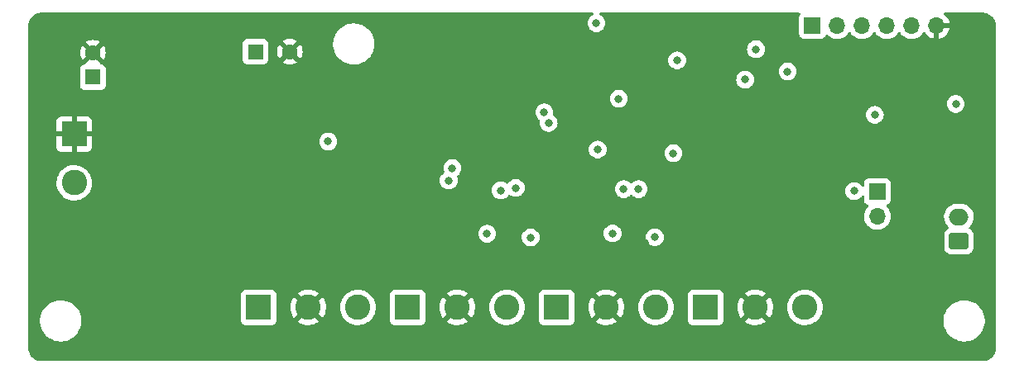
<source format=gbr>
%TF.GenerationSoftware,KiCad,Pcbnew,(6.0.8)*%
%TF.CreationDate,2022-10-05T23:25:23+02:00*%
%TF.ProjectId,DMX_ControllerBoard,444d585f-436f-46e7-9472-6f6c6c657242,rev?*%
%TF.SameCoordinates,Original*%
%TF.FileFunction,Copper,L2,Inr*%
%TF.FilePolarity,Positive*%
%FSLAX46Y46*%
G04 Gerber Fmt 4.6, Leading zero omitted, Abs format (unit mm)*
G04 Created by KiCad (PCBNEW (6.0.8)) date 2022-10-05 23:25:23*
%MOMM*%
%LPD*%
G01*
G04 APERTURE LIST*
G04 Aperture macros list*
%AMRoundRect*
0 Rectangle with rounded corners*
0 $1 Rounding radius*
0 $2 $3 $4 $5 $6 $7 $8 $9 X,Y pos of 4 corners*
0 Add a 4 corners polygon primitive as box body*
4,1,4,$2,$3,$4,$5,$6,$7,$8,$9,$2,$3,0*
0 Add four circle primitives for the rounded corners*
1,1,$1+$1,$2,$3*
1,1,$1+$1,$4,$5*
1,1,$1+$1,$6,$7*
1,1,$1+$1,$8,$9*
0 Add four rect primitives between the rounded corners*
20,1,$1+$1,$2,$3,$4,$5,0*
20,1,$1+$1,$4,$5,$6,$7,0*
20,1,$1+$1,$6,$7,$8,$9,0*
20,1,$1+$1,$8,$9,$2,$3,0*%
G04 Aperture macros list end*
%TA.AperFunction,ComponentPad*%
%ADD10R,1.600000X1.600000*%
%TD*%
%TA.AperFunction,ComponentPad*%
%ADD11C,1.600000*%
%TD*%
%TA.AperFunction,ComponentPad*%
%ADD12R,2.600000X2.600000*%
%TD*%
%TA.AperFunction,ComponentPad*%
%ADD13C,2.600000*%
%TD*%
%TA.AperFunction,ComponentPad*%
%ADD14RoundRect,0.250000X0.750000X-0.600000X0.750000X0.600000X-0.750000X0.600000X-0.750000X-0.600000X0*%
%TD*%
%TA.AperFunction,ComponentPad*%
%ADD15O,2.000000X1.700000*%
%TD*%
%TA.AperFunction,ComponentPad*%
%ADD16R,1.700000X1.700000*%
%TD*%
%TA.AperFunction,ComponentPad*%
%ADD17O,1.700000X1.700000*%
%TD*%
%TA.AperFunction,ViaPad*%
%ADD18C,0.800000*%
%TD*%
%TA.AperFunction,ViaPad*%
%ADD19C,1.000000*%
%TD*%
G04 APERTURE END LIST*
D10*
%TO.N,VCC*%
%TO.C,C8*%
X27114500Y-27114500D03*
D11*
%TO.N,GND*%
X27114500Y-24614500D03*
%TD*%
D10*
%TO.N,+5V*%
%TO.C,C12*%
X43751500Y-24511000D03*
D11*
%TO.N,GND*%
X47251500Y-24511000D03*
%TD*%
D12*
%TO.N,GND*%
%TO.C,J3*%
X25209500Y-32956500D03*
D13*
%TO.N,VCC*%
X25209500Y-37956500D03*
%TD*%
D14*
%TO.N,Net-(J5-Pad1)*%
%TO.C,J5*%
X115684300Y-43954700D03*
D15*
%TO.N,Net-(J5-Pad2)*%
X115684300Y-41454700D03*
%TD*%
D12*
%TO.N,+5V*%
%TO.C,J1*%
X44069000Y-50736500D03*
D13*
%TO.N,GND*%
X49149000Y-50736500D03*
%TO.N,Button1_sense*%
X54229000Y-50736500D03*
%TD*%
D12*
%TO.N,+5V*%
%TO.C,J2*%
X59309000Y-50736500D03*
D13*
%TO.N,GND*%
X64389000Y-50736500D03*
%TO.N,Button2_sense*%
X69469000Y-50736500D03*
%TD*%
D12*
%TO.N,+5V*%
%TO.C,J4*%
X74549000Y-50736500D03*
D13*
%TO.N,GND*%
X79629000Y-50736500D03*
%TO.N,Button3_sense*%
X84709000Y-50736500D03*
%TD*%
D12*
%TO.N,+5V*%
%TO.C,J6*%
X89789000Y-50736500D03*
D13*
%TO.N,GND*%
X94869000Y-50736500D03*
%TO.N,Button4_sense*%
X99949000Y-50736500D03*
%TD*%
D16*
%TO.N,BOOT_MODE*%
%TO.C,J7*%
X100711000Y-21844000D03*
D17*
%TO.N,TXD*%
X103251000Y-21844000D03*
%TO.N,RXD*%
X105791000Y-21844000D03*
%TO.N,+3V3*%
X108331000Y-21844000D03*
%TO.N,RESET*%
X110871000Y-21844000D03*
%TO.N,GND*%
X113411000Y-21844000D03*
%TD*%
D16*
%TO.N,Net-(JP1-Pad1)*%
%TO.C,JP1*%
X107340400Y-38862000D03*
D17*
%TO.N,Net-(J5-Pad1)*%
X107340400Y-41402000D03*
%TD*%
D18*
%TO.N,+3V3*%
X73279000Y-30734000D03*
%TO.N,B4*%
X82931000Y-38608000D03*
X86487000Y-34925000D03*
%TO.N,B3*%
X86868000Y-25400000D03*
X81407000Y-38608000D03*
%TO.N,GND*%
X83566000Y-44069000D03*
%TO.N,+5V*%
X80264000Y-43154000D03*
X84582000Y-43535000D03*
%TO.N,B2*%
X80899000Y-29337000D03*
X70358000Y-38481000D03*
%TO.N,B1*%
X78740000Y-34544000D03*
X68834000Y-38735000D03*
%TO.N,+5V*%
X67437000Y-43180000D03*
%TO.N,GND*%
X70612000Y-43815000D03*
%TO.N,+5V*%
X71882000Y-43561000D03*
%TO.N,GND*%
X102044500Y-29400500D03*
D19*
X32681333Y-21717000D03*
D18*
X113538000Y-30530800D03*
D19*
X34036000Y-23050500D03*
X33993666Y-21717000D03*
D18*
X64262000Y-23749000D03*
X64262000Y-25908000D03*
D19*
X35306000Y-21717000D03*
D18*
X89281000Y-34988500D03*
X58420000Y-36449000D03*
X98374200Y-38798500D03*
X66802000Y-37211000D03*
X49593500Y-31623000D03*
D19*
X71564500Y-21209000D03*
D18*
X98044000Y-35433000D03*
D19*
X35369500Y-23050500D03*
X32702500Y-23114000D03*
X31369000Y-21717000D03*
D18*
X58801000Y-37592000D03*
D19*
X31369000Y-23114000D03*
D18*
%TO.N,RESET*%
X78613000Y-21590000D03*
%TO.N,+3V3*%
X94932500Y-24257000D03*
%TO.N,+5V*%
X63500000Y-37719000D03*
X63881000Y-36449000D03*
X107086400Y-30988000D03*
X104978200Y-38798500D03*
%TO.N,BOOT_MODE*%
X98171000Y-26543000D03*
%TO.N,ERROR_LED*%
X73723500Y-31813500D03*
X51181000Y-33718500D03*
%TO.N,FACTORY_RESET*%
X115366800Y-29870400D03*
X93827600Y-27381200D03*
%TD*%
%TA.AperFunction,Conductor*%
%TO.N,GND*%
G36*
X118065018Y-20509960D02*
G01*
X118079851Y-20512270D01*
X118079855Y-20512270D01*
X118088724Y-20513651D01*
X118102789Y-20511812D01*
X118129004Y-20511136D01*
X118303580Y-20524875D01*
X118323106Y-20527968D01*
X118516913Y-20574496D01*
X118535708Y-20580604D01*
X118709035Y-20652397D01*
X118719846Y-20656875D01*
X118737462Y-20665851D01*
X118820889Y-20716974D01*
X118907406Y-20769991D01*
X118923388Y-20781601D01*
X119070508Y-20907251D01*
X119074954Y-20911048D01*
X119088932Y-20925026D01*
X119218380Y-21076586D01*
X119229991Y-21092568D01*
X119277860Y-21170680D01*
X119334136Y-21262512D01*
X119343112Y-21280128D01*
X119419386Y-21464262D01*
X119425496Y-21483066D01*
X119472027Y-21676867D01*
X119475120Y-21696394D01*
X119481180Y-21773365D01*
X119482717Y-21792888D01*
X119488298Y-21863786D01*
X119487650Y-21880849D01*
X119487800Y-21880851D01*
X119487691Y-21889820D01*
X119486309Y-21898695D01*
X119488775Y-21917552D01*
X119490435Y-21930244D01*
X119491499Y-21946583D01*
X119491413Y-33752882D01*
X119491261Y-54807628D01*
X119489761Y-54827013D01*
X119487450Y-54841851D01*
X119487450Y-54841856D01*
X119486069Y-54850724D01*
X119487908Y-54864789D01*
X119488584Y-54891007D01*
X119474845Y-55065572D01*
X119471752Y-55085100D01*
X119425225Y-55278897D01*
X119419114Y-55297702D01*
X119342847Y-55481823D01*
X119333871Y-55499440D01*
X119229732Y-55669376D01*
X119218110Y-55685371D01*
X119088677Y-55836915D01*
X119074696Y-55850896D01*
X118923147Y-55980328D01*
X118907152Y-55991949D01*
X118738189Y-56095487D01*
X118737213Y-56096085D01*
X118719600Y-56105059D01*
X118585264Y-56160700D01*
X118535470Y-56181325D01*
X118516664Y-56187435D01*
X118322874Y-56233955D01*
X118303347Y-56237048D01*
X118135614Y-56250246D01*
X118118893Y-56249611D01*
X118118891Y-56249801D01*
X118109921Y-56249691D01*
X118101047Y-56248309D01*
X118092144Y-56249473D01*
X118092137Y-56249473D01*
X118069477Y-56252436D01*
X118053141Y-56253500D01*
X74130053Y-56253217D01*
X21954326Y-56252880D01*
X21934943Y-56251380D01*
X21920109Y-56249070D01*
X21920106Y-56249070D01*
X21911236Y-56247689D01*
X21897171Y-56249528D01*
X21870956Y-56250204D01*
X21737849Y-56239728D01*
X21696386Y-56236465D01*
X21676857Y-56233372D01*
X21483057Y-56186844D01*
X21464254Y-56180734D01*
X21280120Y-56104464D01*
X21262503Y-56095487D01*
X21092573Y-55991353D01*
X21076578Y-55979732D01*
X20925026Y-55850295D01*
X20911045Y-55836314D01*
X20781608Y-55684762D01*
X20769987Y-55668767D01*
X20665853Y-55498837D01*
X20656876Y-55481220D01*
X20580606Y-55297086D01*
X20574496Y-55278283D01*
X20527968Y-55084483D01*
X20524875Y-55064954D01*
X20511969Y-54900963D01*
X20512954Y-54878638D01*
X20512294Y-54878579D01*
X20512729Y-54873731D01*
X20513536Y-54868932D01*
X20513689Y-54856380D01*
X20509733Y-54828756D01*
X20508460Y-54810894D01*
X20508460Y-52253503D01*
X21715943Y-52253503D01*
X21716502Y-52257747D01*
X21716502Y-52257751D01*
X21718746Y-52274797D01*
X21753468Y-52538534D01*
X21829329Y-52815836D01*
X21942123Y-53080276D01*
X22089761Y-53326961D01*
X22269513Y-53551328D01*
X22478051Y-53749223D01*
X22711517Y-53916986D01*
X22715312Y-53918995D01*
X22715313Y-53918996D01*
X22737069Y-53930515D01*
X22965592Y-54051512D01*
X23235573Y-54150311D01*
X23516464Y-54211555D01*
X23545041Y-54213804D01*
X23739482Y-54229107D01*
X23739491Y-54229107D01*
X23741939Y-54229300D01*
X23897471Y-54229300D01*
X23899607Y-54229154D01*
X23899618Y-54229154D01*
X24107748Y-54214965D01*
X24107754Y-54214964D01*
X24112025Y-54214673D01*
X24116220Y-54213804D01*
X24116222Y-54213804D01*
X24252784Y-54185523D01*
X24393542Y-54156374D01*
X24664543Y-54060407D01*
X24920012Y-53928550D01*
X24923513Y-53926089D01*
X24923517Y-53926087D01*
X25037618Y-53845895D01*
X25155223Y-53763241D01*
X25365822Y-53567540D01*
X25547913Y-53345068D01*
X25698127Y-53099942D01*
X25813683Y-52836698D01*
X25892444Y-52560206D01*
X25930844Y-52290391D01*
X25932346Y-52279836D01*
X25932346Y-52279834D01*
X25932951Y-52275584D01*
X25933045Y-52257751D01*
X25933952Y-52084634D01*
X42260500Y-52084634D01*
X42267255Y-52146816D01*
X42318385Y-52283205D01*
X42405739Y-52399761D01*
X42522295Y-52487115D01*
X42658684Y-52538245D01*
X42720866Y-52545000D01*
X45417134Y-52545000D01*
X45479316Y-52538245D01*
X45615705Y-52487115D01*
X45732261Y-52399761D01*
X45819615Y-52283205D01*
X45857778Y-52181406D01*
X48068839Y-52181406D01*
X48077553Y-52192927D01*
X48184452Y-52271309D01*
X48192349Y-52276244D01*
X48421905Y-52397019D01*
X48430454Y-52400736D01*
X48675327Y-52486249D01*
X48684336Y-52488663D01*
X48939166Y-52537044D01*
X48948423Y-52538098D01*
X49207607Y-52548283D01*
X49216921Y-52547957D01*
X49474753Y-52519720D01*
X49483930Y-52518019D01*
X49734758Y-52451981D01*
X49743574Y-52448945D01*
X49981880Y-52346562D01*
X49990167Y-52342248D01*
X50210718Y-52205766D01*
X50218268Y-52200280D01*
X50223559Y-52195801D01*
X50231997Y-52182997D01*
X50225935Y-52172645D01*
X49161812Y-51108522D01*
X49147868Y-51100908D01*
X49146035Y-51101039D01*
X49139420Y-51105290D01*
X48075497Y-52169213D01*
X48068839Y-52181406D01*
X45857778Y-52181406D01*
X45870745Y-52146816D01*
X45877500Y-52084634D01*
X45877500Y-50693711D01*
X47336775Y-50693711D01*
X47349220Y-50952788D01*
X47350356Y-50962043D01*
X47400961Y-51216445D01*
X47403449Y-51225417D01*
X47491095Y-51469533D01*
X47494895Y-51478068D01*
X47617658Y-51706542D01*
X47622666Y-51714404D01*
X47692720Y-51808216D01*
X47703979Y-51816665D01*
X47716397Y-51809893D01*
X48776978Y-50749312D01*
X48783356Y-50737632D01*
X49513408Y-50737632D01*
X49513539Y-50739465D01*
X49517790Y-50746080D01*
X50585094Y-51813384D01*
X50597474Y-51820144D01*
X50605815Y-51813900D01*
X50739832Y-51605548D01*
X50744275Y-51597364D01*
X50850807Y-51360870D01*
X50853997Y-51352105D01*
X50924402Y-51102472D01*
X50926262Y-51093330D01*
X50959187Y-50834519D01*
X50959668Y-50828233D01*
X50961987Y-50739660D01*
X50961836Y-50733351D01*
X50958542Y-50689026D01*
X52416050Y-50689026D01*
X52416274Y-50693692D01*
X52416274Y-50693697D01*
X52418946Y-50749312D01*
X52428947Y-50957519D01*
X52481388Y-51221156D01*
X52572220Y-51474146D01*
X52699450Y-51710931D01*
X52702241Y-51714668D01*
X52702245Y-51714675D01*
X52778405Y-51816665D01*
X52860281Y-51926310D01*
X52863590Y-51929590D01*
X52863595Y-51929596D01*
X53047863Y-52112262D01*
X53051180Y-52115550D01*
X53054942Y-52118308D01*
X53054945Y-52118311D01*
X53166737Y-52200280D01*
X53267954Y-52274495D01*
X53272089Y-52276671D01*
X53272093Y-52276673D01*
X53501698Y-52397475D01*
X53505840Y-52399654D01*
X53759613Y-52488275D01*
X53764206Y-52489147D01*
X54019109Y-52537542D01*
X54019112Y-52537542D01*
X54023698Y-52538413D01*
X54151370Y-52543429D01*
X54287625Y-52548783D01*
X54287630Y-52548783D01*
X54292293Y-52548966D01*
X54396607Y-52537542D01*
X54554844Y-52520213D01*
X54554850Y-52520212D01*
X54559497Y-52519703D01*
X54564021Y-52518512D01*
X54814918Y-52452456D01*
X54814920Y-52452455D01*
X54819441Y-52451265D01*
X54926795Y-52405142D01*
X55062120Y-52347002D01*
X55062122Y-52347001D01*
X55066414Y-52345157D01*
X55207661Y-52257751D01*
X55291017Y-52206169D01*
X55291021Y-52206166D01*
X55294990Y-52203710D01*
X55435648Y-52084634D01*
X57500500Y-52084634D01*
X57507255Y-52146816D01*
X57558385Y-52283205D01*
X57645739Y-52399761D01*
X57762295Y-52487115D01*
X57898684Y-52538245D01*
X57960866Y-52545000D01*
X60657134Y-52545000D01*
X60719316Y-52538245D01*
X60855705Y-52487115D01*
X60972261Y-52399761D01*
X61059615Y-52283205D01*
X61097778Y-52181406D01*
X63308839Y-52181406D01*
X63317553Y-52192927D01*
X63424452Y-52271309D01*
X63432349Y-52276244D01*
X63661905Y-52397019D01*
X63670454Y-52400736D01*
X63915327Y-52486249D01*
X63924336Y-52488663D01*
X64179166Y-52537044D01*
X64188423Y-52538098D01*
X64447607Y-52548283D01*
X64456921Y-52547957D01*
X64714753Y-52519720D01*
X64723930Y-52518019D01*
X64974758Y-52451981D01*
X64983574Y-52448945D01*
X65221880Y-52346562D01*
X65230167Y-52342248D01*
X65450718Y-52205766D01*
X65458268Y-52200280D01*
X65463559Y-52195801D01*
X65471997Y-52182997D01*
X65465935Y-52172645D01*
X64401812Y-51108522D01*
X64387868Y-51100908D01*
X64386035Y-51101039D01*
X64379420Y-51105290D01*
X63315497Y-52169213D01*
X63308839Y-52181406D01*
X61097778Y-52181406D01*
X61110745Y-52146816D01*
X61117500Y-52084634D01*
X61117500Y-50693711D01*
X62576775Y-50693711D01*
X62589220Y-50952788D01*
X62590356Y-50962043D01*
X62640961Y-51216445D01*
X62643449Y-51225417D01*
X62731095Y-51469533D01*
X62734895Y-51478068D01*
X62857658Y-51706542D01*
X62862666Y-51714404D01*
X62932720Y-51808216D01*
X62943979Y-51816665D01*
X62956397Y-51809893D01*
X64016978Y-50749312D01*
X64023356Y-50737632D01*
X64753408Y-50737632D01*
X64753539Y-50739465D01*
X64757790Y-50746080D01*
X65825094Y-51813384D01*
X65837474Y-51820144D01*
X65845815Y-51813900D01*
X65979832Y-51605548D01*
X65984275Y-51597364D01*
X66090807Y-51360870D01*
X66093997Y-51352105D01*
X66164402Y-51102472D01*
X66166262Y-51093330D01*
X66199187Y-50834519D01*
X66199668Y-50828233D01*
X66201987Y-50739660D01*
X66201836Y-50733351D01*
X66198542Y-50689026D01*
X67656050Y-50689026D01*
X67656274Y-50693692D01*
X67656274Y-50693697D01*
X67658946Y-50749312D01*
X67668947Y-50957519D01*
X67721388Y-51221156D01*
X67812220Y-51474146D01*
X67939450Y-51710931D01*
X67942241Y-51714668D01*
X67942245Y-51714675D01*
X68018405Y-51816665D01*
X68100281Y-51926310D01*
X68103590Y-51929590D01*
X68103595Y-51929596D01*
X68287863Y-52112262D01*
X68291180Y-52115550D01*
X68294942Y-52118308D01*
X68294945Y-52118311D01*
X68406737Y-52200280D01*
X68507954Y-52274495D01*
X68512089Y-52276671D01*
X68512093Y-52276673D01*
X68741698Y-52397475D01*
X68745840Y-52399654D01*
X68999613Y-52488275D01*
X69004206Y-52489147D01*
X69259109Y-52537542D01*
X69259112Y-52537542D01*
X69263698Y-52538413D01*
X69391370Y-52543429D01*
X69527625Y-52548783D01*
X69527630Y-52548783D01*
X69532293Y-52548966D01*
X69636607Y-52537542D01*
X69794844Y-52520213D01*
X69794850Y-52520212D01*
X69799497Y-52519703D01*
X69804021Y-52518512D01*
X70054918Y-52452456D01*
X70054920Y-52452455D01*
X70059441Y-52451265D01*
X70166795Y-52405142D01*
X70302120Y-52347002D01*
X70302122Y-52347001D01*
X70306414Y-52345157D01*
X70447661Y-52257751D01*
X70531017Y-52206169D01*
X70531021Y-52206166D01*
X70534990Y-52203710D01*
X70675648Y-52084634D01*
X72740500Y-52084634D01*
X72747255Y-52146816D01*
X72798385Y-52283205D01*
X72885739Y-52399761D01*
X73002295Y-52487115D01*
X73138684Y-52538245D01*
X73200866Y-52545000D01*
X75897134Y-52545000D01*
X75959316Y-52538245D01*
X76095705Y-52487115D01*
X76212261Y-52399761D01*
X76299615Y-52283205D01*
X76337778Y-52181406D01*
X78548839Y-52181406D01*
X78557553Y-52192927D01*
X78664452Y-52271309D01*
X78672349Y-52276244D01*
X78901905Y-52397019D01*
X78910454Y-52400736D01*
X79155327Y-52486249D01*
X79164336Y-52488663D01*
X79419166Y-52537044D01*
X79428423Y-52538098D01*
X79687607Y-52548283D01*
X79696921Y-52547957D01*
X79954753Y-52519720D01*
X79963930Y-52518019D01*
X80214758Y-52451981D01*
X80223574Y-52448945D01*
X80461880Y-52346562D01*
X80470167Y-52342248D01*
X80690718Y-52205766D01*
X80698268Y-52200280D01*
X80703559Y-52195801D01*
X80711997Y-52182997D01*
X80705935Y-52172645D01*
X79641812Y-51108522D01*
X79627868Y-51100908D01*
X79626035Y-51101039D01*
X79619420Y-51105290D01*
X78555497Y-52169213D01*
X78548839Y-52181406D01*
X76337778Y-52181406D01*
X76350745Y-52146816D01*
X76357500Y-52084634D01*
X76357500Y-50693711D01*
X77816775Y-50693711D01*
X77829220Y-50952788D01*
X77830356Y-50962043D01*
X77880961Y-51216445D01*
X77883449Y-51225417D01*
X77971095Y-51469533D01*
X77974895Y-51478068D01*
X78097658Y-51706542D01*
X78102666Y-51714404D01*
X78172720Y-51808216D01*
X78183979Y-51816665D01*
X78196397Y-51809893D01*
X79256978Y-50749312D01*
X79263356Y-50737632D01*
X79993408Y-50737632D01*
X79993539Y-50739465D01*
X79997790Y-50746080D01*
X81065094Y-51813384D01*
X81077474Y-51820144D01*
X81085815Y-51813900D01*
X81219832Y-51605548D01*
X81224275Y-51597364D01*
X81330807Y-51360870D01*
X81333997Y-51352105D01*
X81404402Y-51102472D01*
X81406262Y-51093330D01*
X81439187Y-50834519D01*
X81439668Y-50828233D01*
X81441987Y-50739660D01*
X81441836Y-50733351D01*
X81438542Y-50689026D01*
X82896050Y-50689026D01*
X82896274Y-50693692D01*
X82896274Y-50693697D01*
X82898946Y-50749312D01*
X82908947Y-50957519D01*
X82961388Y-51221156D01*
X83052220Y-51474146D01*
X83179450Y-51710931D01*
X83182241Y-51714668D01*
X83182245Y-51714675D01*
X83258405Y-51816665D01*
X83340281Y-51926310D01*
X83343590Y-51929590D01*
X83343595Y-51929596D01*
X83527863Y-52112262D01*
X83531180Y-52115550D01*
X83534942Y-52118308D01*
X83534945Y-52118311D01*
X83646737Y-52200280D01*
X83747954Y-52274495D01*
X83752089Y-52276671D01*
X83752093Y-52276673D01*
X83981698Y-52397475D01*
X83985840Y-52399654D01*
X84239613Y-52488275D01*
X84244206Y-52489147D01*
X84499109Y-52537542D01*
X84499112Y-52537542D01*
X84503698Y-52538413D01*
X84631370Y-52543429D01*
X84767625Y-52548783D01*
X84767630Y-52548783D01*
X84772293Y-52548966D01*
X84876607Y-52537542D01*
X85034844Y-52520213D01*
X85034850Y-52520212D01*
X85039497Y-52519703D01*
X85044021Y-52518512D01*
X85294918Y-52452456D01*
X85294920Y-52452455D01*
X85299441Y-52451265D01*
X85406795Y-52405142D01*
X85542120Y-52347002D01*
X85542122Y-52347001D01*
X85546414Y-52345157D01*
X85687661Y-52257751D01*
X85771017Y-52206169D01*
X85771021Y-52206166D01*
X85774990Y-52203710D01*
X85915648Y-52084634D01*
X87980500Y-52084634D01*
X87987255Y-52146816D01*
X88038385Y-52283205D01*
X88125739Y-52399761D01*
X88242295Y-52487115D01*
X88378684Y-52538245D01*
X88440866Y-52545000D01*
X91137134Y-52545000D01*
X91199316Y-52538245D01*
X91335705Y-52487115D01*
X91452261Y-52399761D01*
X91539615Y-52283205D01*
X91577778Y-52181406D01*
X93788839Y-52181406D01*
X93797553Y-52192927D01*
X93904452Y-52271309D01*
X93912349Y-52276244D01*
X94141905Y-52397019D01*
X94150454Y-52400736D01*
X94395327Y-52486249D01*
X94404336Y-52488663D01*
X94659166Y-52537044D01*
X94668423Y-52538098D01*
X94927607Y-52548283D01*
X94936921Y-52547957D01*
X95194753Y-52519720D01*
X95203930Y-52518019D01*
X95454758Y-52451981D01*
X95463574Y-52448945D01*
X95701880Y-52346562D01*
X95710167Y-52342248D01*
X95930718Y-52205766D01*
X95938268Y-52200280D01*
X95943559Y-52195801D01*
X95951997Y-52182997D01*
X95945935Y-52172645D01*
X94881812Y-51108522D01*
X94867868Y-51100908D01*
X94866035Y-51101039D01*
X94859420Y-51105290D01*
X93795497Y-52169213D01*
X93788839Y-52181406D01*
X91577778Y-52181406D01*
X91590745Y-52146816D01*
X91597500Y-52084634D01*
X91597500Y-50693711D01*
X93056775Y-50693711D01*
X93069220Y-50952788D01*
X93070356Y-50962043D01*
X93120961Y-51216445D01*
X93123449Y-51225417D01*
X93211095Y-51469533D01*
X93214895Y-51478068D01*
X93337658Y-51706542D01*
X93342666Y-51714404D01*
X93412720Y-51808216D01*
X93423979Y-51816665D01*
X93436397Y-51809893D01*
X94496978Y-50749312D01*
X94503356Y-50737632D01*
X95233408Y-50737632D01*
X95233539Y-50739465D01*
X95237790Y-50746080D01*
X96305094Y-51813384D01*
X96317474Y-51820144D01*
X96325815Y-51813900D01*
X96459832Y-51605548D01*
X96464275Y-51597364D01*
X96570807Y-51360870D01*
X96573997Y-51352105D01*
X96644402Y-51102472D01*
X96646262Y-51093330D01*
X96679187Y-50834519D01*
X96679668Y-50828233D01*
X96681987Y-50739660D01*
X96681836Y-50733351D01*
X96678542Y-50689026D01*
X98136050Y-50689026D01*
X98136274Y-50693692D01*
X98136274Y-50693697D01*
X98138946Y-50749312D01*
X98148947Y-50957519D01*
X98201388Y-51221156D01*
X98292220Y-51474146D01*
X98419450Y-51710931D01*
X98422241Y-51714668D01*
X98422245Y-51714675D01*
X98498405Y-51816665D01*
X98580281Y-51926310D01*
X98583590Y-51929590D01*
X98583595Y-51929596D01*
X98767863Y-52112262D01*
X98771180Y-52115550D01*
X98774942Y-52118308D01*
X98774945Y-52118311D01*
X98886737Y-52200280D01*
X98987954Y-52274495D01*
X98992089Y-52276671D01*
X98992093Y-52276673D01*
X99221698Y-52397475D01*
X99225840Y-52399654D01*
X99479613Y-52488275D01*
X99484206Y-52489147D01*
X99739109Y-52537542D01*
X99739112Y-52537542D01*
X99743698Y-52538413D01*
X99871370Y-52543429D01*
X100007625Y-52548783D01*
X100007630Y-52548783D01*
X100012293Y-52548966D01*
X100116607Y-52537542D01*
X100274844Y-52520213D01*
X100274850Y-52520212D01*
X100279497Y-52519703D01*
X100284021Y-52518512D01*
X100534918Y-52452456D01*
X100534920Y-52452455D01*
X100539441Y-52451265D01*
X100646795Y-52405142D01*
X100782120Y-52347002D01*
X100782122Y-52347001D01*
X100786414Y-52345157D01*
X100927661Y-52257751D01*
X100934526Y-52253503D01*
X114121143Y-52253503D01*
X114121702Y-52257747D01*
X114121702Y-52257751D01*
X114123946Y-52274797D01*
X114158668Y-52538534D01*
X114234529Y-52815836D01*
X114347323Y-53080276D01*
X114494961Y-53326961D01*
X114674713Y-53551328D01*
X114883251Y-53749223D01*
X115116717Y-53916986D01*
X115120512Y-53918995D01*
X115120513Y-53918996D01*
X115142269Y-53930515D01*
X115370792Y-54051512D01*
X115640773Y-54150311D01*
X115921664Y-54211555D01*
X115950241Y-54213804D01*
X116144682Y-54229107D01*
X116144691Y-54229107D01*
X116147139Y-54229300D01*
X116302671Y-54229300D01*
X116304807Y-54229154D01*
X116304818Y-54229154D01*
X116512948Y-54214965D01*
X116512954Y-54214964D01*
X116517225Y-54214673D01*
X116521420Y-54213804D01*
X116521422Y-54213804D01*
X116657984Y-54185523D01*
X116798742Y-54156374D01*
X117069743Y-54060407D01*
X117325212Y-53928550D01*
X117328713Y-53926089D01*
X117328717Y-53926087D01*
X117442818Y-53845895D01*
X117560423Y-53763241D01*
X117771022Y-53567540D01*
X117953113Y-53345068D01*
X118103327Y-53099942D01*
X118218883Y-52836698D01*
X118297644Y-52560206D01*
X118336044Y-52290391D01*
X118337546Y-52279836D01*
X118337546Y-52279834D01*
X118338151Y-52275584D01*
X118338245Y-52257751D01*
X118339635Y-51992383D01*
X118339635Y-51992376D01*
X118339657Y-51988097D01*
X118331031Y-51922572D01*
X118317546Y-51820144D01*
X118302132Y-51703066D01*
X118226271Y-51425764D01*
X118194853Y-51352105D01*
X118115163Y-51165276D01*
X118115161Y-51165272D01*
X118113477Y-51161324D01*
X117965839Y-50914639D01*
X117786087Y-50690272D01*
X117577549Y-50492377D01*
X117344083Y-50324614D01*
X117322243Y-50313050D01*
X117299054Y-50300772D01*
X117090008Y-50190088D01*
X116820027Y-50091289D01*
X116539136Y-50030045D01*
X116508085Y-50027601D01*
X116316118Y-50012493D01*
X116316109Y-50012493D01*
X116313661Y-50012300D01*
X116158129Y-50012300D01*
X116155993Y-50012446D01*
X116155982Y-50012446D01*
X115947852Y-50026635D01*
X115947846Y-50026636D01*
X115943575Y-50026927D01*
X115939380Y-50027796D01*
X115939378Y-50027796D01*
X115802817Y-50056076D01*
X115662058Y-50085226D01*
X115391057Y-50181193D01*
X115135588Y-50313050D01*
X115132087Y-50315511D01*
X115132083Y-50315513D01*
X115051766Y-50371961D01*
X114900377Y-50478359D01*
X114689778Y-50674060D01*
X114507687Y-50896532D01*
X114357473Y-51141658D01*
X114355747Y-51145591D01*
X114355746Y-51145592D01*
X114265093Y-51352105D01*
X114241917Y-51404902D01*
X114163156Y-51681394D01*
X114122649Y-51966016D01*
X114122627Y-51970305D01*
X114122626Y-51970312D01*
X114121393Y-52205766D01*
X114121143Y-52253503D01*
X100934526Y-52253503D01*
X101011017Y-52206169D01*
X101011021Y-52206166D01*
X101014990Y-52203710D01*
X101220149Y-52030030D01*
X101397382Y-51827934D01*
X101404631Y-51816665D01*
X101540269Y-51605791D01*
X101542797Y-51601861D01*
X101653199Y-51356778D01*
X101690247Y-51225417D01*
X101724893Y-51102572D01*
X101724894Y-51102569D01*
X101726163Y-51098068D01*
X101744043Y-50957519D01*
X101759688Y-50834545D01*
X101759688Y-50834541D01*
X101760086Y-50831415D01*
X101760170Y-50828233D01*
X101761477Y-50778279D01*
X101762571Y-50736500D01*
X101742650Y-50468437D01*
X101741619Y-50463879D01*
X101684361Y-50210831D01*
X101684360Y-50210826D01*
X101683327Y-50206263D01*
X101585902Y-49955738D01*
X101452518Y-49722364D01*
X101405068Y-49662173D01*
X101386416Y-49638514D01*
X101286105Y-49511269D01*
X101090317Y-49327091D01*
X100892407Y-49189795D01*
X100873299Y-49176539D01*
X100873296Y-49176537D01*
X100869457Y-49173874D01*
X100827770Y-49153316D01*
X100632564Y-49057051D01*
X100632561Y-49057050D01*
X100628376Y-49054986D01*
X100582207Y-49040207D01*
X100402657Y-48982733D01*
X100372370Y-48973038D01*
X100367763Y-48972288D01*
X100367760Y-48972287D01*
X100154337Y-48937529D01*
X100107063Y-48929830D01*
X99976719Y-48928124D01*
X99842961Y-48926373D01*
X99842958Y-48926373D01*
X99838284Y-48926312D01*
X99571937Y-48962560D01*
X99567451Y-48963868D01*
X99567449Y-48963868D01*
X99502726Y-48982733D01*
X99313874Y-49037778D01*
X99069763Y-49150315D01*
X99065854Y-49152878D01*
X98848881Y-49295131D01*
X98848876Y-49295135D01*
X98844968Y-49297697D01*
X98644426Y-49476688D01*
X98472544Y-49683354D01*
X98333096Y-49913156D01*
X98331287Y-49917470D01*
X98331285Y-49917474D01*
X98283698Y-50030958D01*
X98229148Y-50161045D01*
X98162981Y-50421577D01*
X98136050Y-50689026D01*
X96678542Y-50689026D01*
X96662501Y-50473163D01*
X96661125Y-50463957D01*
X96603878Y-50210967D01*
X96601154Y-50202056D01*
X96507143Y-49960306D01*
X96503132Y-49951897D01*
X96374422Y-49726702D01*
X96369211Y-49718976D01*
X96325996Y-49664158D01*
X96314071Y-49655687D01*
X96302537Y-49662173D01*
X95241022Y-50723688D01*
X95233408Y-50737632D01*
X94503356Y-50737632D01*
X94504592Y-50735368D01*
X94504461Y-50733535D01*
X94500210Y-50726920D01*
X93434816Y-49661526D01*
X93421507Y-49654258D01*
X93411472Y-49661378D01*
X93395937Y-49680056D01*
X93390531Y-49687635D01*
X93255965Y-49909391D01*
X93251736Y-49917692D01*
X93151432Y-50156889D01*
X93148471Y-50165739D01*
X93084628Y-50417125D01*
X93083006Y-50426322D01*
X93057020Y-50684385D01*
X93056775Y-50693711D01*
X91597500Y-50693711D01*
X91597500Y-49388366D01*
X91590745Y-49326184D01*
X91576876Y-49289189D01*
X93786102Y-49289189D01*
X93790675Y-49298965D01*
X94856188Y-50364478D01*
X94870132Y-50372092D01*
X94871965Y-50371961D01*
X94878580Y-50367710D01*
X95943349Y-49302941D01*
X95949733Y-49291251D01*
X95940321Y-49279141D01*
X95793045Y-49176971D01*
X95785010Y-49172238D01*
X95552376Y-49057516D01*
X95543743Y-49054028D01*
X95296703Y-48974950D01*
X95287643Y-48972774D01*
X95031630Y-48931080D01*
X95022343Y-48930268D01*
X94762992Y-48926873D01*
X94753681Y-48927443D01*
X94496682Y-48962419D01*
X94487546Y-48964360D01*
X94238543Y-49036939D01*
X94229800Y-49040207D01*
X93994252Y-49148796D01*
X93986097Y-49153316D01*
X93795240Y-49278447D01*
X93786102Y-49289189D01*
X91576876Y-49289189D01*
X91539615Y-49189795D01*
X91452261Y-49073239D01*
X91335705Y-48985885D01*
X91199316Y-48934755D01*
X91137134Y-48928000D01*
X88440866Y-48928000D01*
X88378684Y-48934755D01*
X88242295Y-48985885D01*
X88125739Y-49073239D01*
X88038385Y-49189795D01*
X87987255Y-49326184D01*
X87980500Y-49388366D01*
X87980500Y-52084634D01*
X85915648Y-52084634D01*
X85980149Y-52030030D01*
X86157382Y-51827934D01*
X86164631Y-51816665D01*
X86300269Y-51605791D01*
X86302797Y-51601861D01*
X86413199Y-51356778D01*
X86450247Y-51225417D01*
X86484893Y-51102572D01*
X86484894Y-51102569D01*
X86486163Y-51098068D01*
X86504043Y-50957519D01*
X86519688Y-50834545D01*
X86519688Y-50834541D01*
X86520086Y-50831415D01*
X86520170Y-50828233D01*
X86521477Y-50778279D01*
X86522571Y-50736500D01*
X86502650Y-50468437D01*
X86501619Y-50463879D01*
X86444361Y-50210831D01*
X86444360Y-50210826D01*
X86443327Y-50206263D01*
X86345902Y-49955738D01*
X86212518Y-49722364D01*
X86165068Y-49662173D01*
X86146416Y-49638514D01*
X86046105Y-49511269D01*
X85850317Y-49327091D01*
X85652407Y-49189795D01*
X85633299Y-49176539D01*
X85633296Y-49176537D01*
X85629457Y-49173874D01*
X85587770Y-49153316D01*
X85392564Y-49057051D01*
X85392561Y-49057050D01*
X85388376Y-49054986D01*
X85342207Y-49040207D01*
X85162657Y-48982733D01*
X85132370Y-48973038D01*
X85127763Y-48972288D01*
X85127760Y-48972287D01*
X84914337Y-48937529D01*
X84867063Y-48929830D01*
X84736719Y-48928124D01*
X84602961Y-48926373D01*
X84602958Y-48926373D01*
X84598284Y-48926312D01*
X84331937Y-48962560D01*
X84327451Y-48963868D01*
X84327449Y-48963868D01*
X84262726Y-48982733D01*
X84073874Y-49037778D01*
X83829763Y-49150315D01*
X83825854Y-49152878D01*
X83608881Y-49295131D01*
X83608876Y-49295135D01*
X83604968Y-49297697D01*
X83404426Y-49476688D01*
X83232544Y-49683354D01*
X83093096Y-49913156D01*
X83091287Y-49917470D01*
X83091285Y-49917474D01*
X83043698Y-50030958D01*
X82989148Y-50161045D01*
X82922981Y-50421577D01*
X82896050Y-50689026D01*
X81438542Y-50689026D01*
X81422501Y-50473163D01*
X81421125Y-50463957D01*
X81363878Y-50210967D01*
X81361154Y-50202056D01*
X81267143Y-49960306D01*
X81263132Y-49951897D01*
X81134422Y-49726702D01*
X81129211Y-49718976D01*
X81085996Y-49664158D01*
X81074071Y-49655687D01*
X81062537Y-49662173D01*
X80001022Y-50723688D01*
X79993408Y-50737632D01*
X79263356Y-50737632D01*
X79264592Y-50735368D01*
X79264461Y-50733535D01*
X79260210Y-50726920D01*
X78194816Y-49661526D01*
X78181507Y-49654258D01*
X78171472Y-49661378D01*
X78155937Y-49680056D01*
X78150531Y-49687635D01*
X78015965Y-49909391D01*
X78011736Y-49917692D01*
X77911432Y-50156889D01*
X77908471Y-50165739D01*
X77844628Y-50417125D01*
X77843006Y-50426322D01*
X77817020Y-50684385D01*
X77816775Y-50693711D01*
X76357500Y-50693711D01*
X76357500Y-49388366D01*
X76350745Y-49326184D01*
X76336876Y-49289189D01*
X78546102Y-49289189D01*
X78550675Y-49298965D01*
X79616188Y-50364478D01*
X79630132Y-50372092D01*
X79631965Y-50371961D01*
X79638580Y-50367710D01*
X80703349Y-49302941D01*
X80709733Y-49291251D01*
X80700321Y-49279141D01*
X80553045Y-49176971D01*
X80545010Y-49172238D01*
X80312376Y-49057516D01*
X80303743Y-49054028D01*
X80056703Y-48974950D01*
X80047643Y-48972774D01*
X79791630Y-48931080D01*
X79782343Y-48930268D01*
X79522992Y-48926873D01*
X79513681Y-48927443D01*
X79256682Y-48962419D01*
X79247546Y-48964360D01*
X78998543Y-49036939D01*
X78989800Y-49040207D01*
X78754252Y-49148796D01*
X78746097Y-49153316D01*
X78555240Y-49278447D01*
X78546102Y-49289189D01*
X76336876Y-49289189D01*
X76299615Y-49189795D01*
X76212261Y-49073239D01*
X76095705Y-48985885D01*
X75959316Y-48934755D01*
X75897134Y-48928000D01*
X73200866Y-48928000D01*
X73138684Y-48934755D01*
X73002295Y-48985885D01*
X72885739Y-49073239D01*
X72798385Y-49189795D01*
X72747255Y-49326184D01*
X72740500Y-49388366D01*
X72740500Y-52084634D01*
X70675648Y-52084634D01*
X70740149Y-52030030D01*
X70917382Y-51827934D01*
X70924631Y-51816665D01*
X71060269Y-51605791D01*
X71062797Y-51601861D01*
X71173199Y-51356778D01*
X71210247Y-51225417D01*
X71244893Y-51102572D01*
X71244894Y-51102569D01*
X71246163Y-51098068D01*
X71264043Y-50957519D01*
X71279688Y-50834545D01*
X71279688Y-50834541D01*
X71280086Y-50831415D01*
X71280170Y-50828233D01*
X71281477Y-50778279D01*
X71282571Y-50736500D01*
X71262650Y-50468437D01*
X71261619Y-50463879D01*
X71204361Y-50210831D01*
X71204360Y-50210826D01*
X71203327Y-50206263D01*
X71105902Y-49955738D01*
X70972518Y-49722364D01*
X70925068Y-49662173D01*
X70906416Y-49638514D01*
X70806105Y-49511269D01*
X70610317Y-49327091D01*
X70412407Y-49189795D01*
X70393299Y-49176539D01*
X70393296Y-49176537D01*
X70389457Y-49173874D01*
X70347770Y-49153316D01*
X70152564Y-49057051D01*
X70152561Y-49057050D01*
X70148376Y-49054986D01*
X70102207Y-49040207D01*
X69922657Y-48982733D01*
X69892370Y-48973038D01*
X69887763Y-48972288D01*
X69887760Y-48972287D01*
X69674337Y-48937529D01*
X69627063Y-48929830D01*
X69496719Y-48928124D01*
X69362961Y-48926373D01*
X69362958Y-48926373D01*
X69358284Y-48926312D01*
X69091937Y-48962560D01*
X69087451Y-48963868D01*
X69087449Y-48963868D01*
X69022726Y-48982733D01*
X68833874Y-49037778D01*
X68589763Y-49150315D01*
X68585854Y-49152878D01*
X68368881Y-49295131D01*
X68368876Y-49295135D01*
X68364968Y-49297697D01*
X68164426Y-49476688D01*
X67992544Y-49683354D01*
X67853096Y-49913156D01*
X67851287Y-49917470D01*
X67851285Y-49917474D01*
X67803698Y-50030958D01*
X67749148Y-50161045D01*
X67682981Y-50421577D01*
X67656050Y-50689026D01*
X66198542Y-50689026D01*
X66182501Y-50473163D01*
X66181125Y-50463957D01*
X66123878Y-50210967D01*
X66121154Y-50202056D01*
X66027143Y-49960306D01*
X66023132Y-49951897D01*
X65894422Y-49726702D01*
X65889211Y-49718976D01*
X65845996Y-49664158D01*
X65834071Y-49655687D01*
X65822537Y-49662173D01*
X64761022Y-50723688D01*
X64753408Y-50737632D01*
X64023356Y-50737632D01*
X64024592Y-50735368D01*
X64024461Y-50733535D01*
X64020210Y-50726920D01*
X62954816Y-49661526D01*
X62941507Y-49654258D01*
X62931472Y-49661378D01*
X62915937Y-49680056D01*
X62910531Y-49687635D01*
X62775965Y-49909391D01*
X62771736Y-49917692D01*
X62671432Y-50156889D01*
X62668471Y-50165739D01*
X62604628Y-50417125D01*
X62603006Y-50426322D01*
X62577020Y-50684385D01*
X62576775Y-50693711D01*
X61117500Y-50693711D01*
X61117500Y-49388366D01*
X61110745Y-49326184D01*
X61096876Y-49289189D01*
X63306102Y-49289189D01*
X63310675Y-49298965D01*
X64376188Y-50364478D01*
X64390132Y-50372092D01*
X64391965Y-50371961D01*
X64398580Y-50367710D01*
X65463349Y-49302941D01*
X65469733Y-49291251D01*
X65460321Y-49279141D01*
X65313045Y-49176971D01*
X65305010Y-49172238D01*
X65072376Y-49057516D01*
X65063743Y-49054028D01*
X64816703Y-48974950D01*
X64807643Y-48972774D01*
X64551630Y-48931080D01*
X64542343Y-48930268D01*
X64282992Y-48926873D01*
X64273681Y-48927443D01*
X64016682Y-48962419D01*
X64007546Y-48964360D01*
X63758543Y-49036939D01*
X63749800Y-49040207D01*
X63514252Y-49148796D01*
X63506097Y-49153316D01*
X63315240Y-49278447D01*
X63306102Y-49289189D01*
X61096876Y-49289189D01*
X61059615Y-49189795D01*
X60972261Y-49073239D01*
X60855705Y-48985885D01*
X60719316Y-48934755D01*
X60657134Y-48928000D01*
X57960866Y-48928000D01*
X57898684Y-48934755D01*
X57762295Y-48985885D01*
X57645739Y-49073239D01*
X57558385Y-49189795D01*
X57507255Y-49326184D01*
X57500500Y-49388366D01*
X57500500Y-52084634D01*
X55435648Y-52084634D01*
X55500149Y-52030030D01*
X55677382Y-51827934D01*
X55684631Y-51816665D01*
X55820269Y-51605791D01*
X55822797Y-51601861D01*
X55933199Y-51356778D01*
X55970247Y-51225417D01*
X56004893Y-51102572D01*
X56004894Y-51102569D01*
X56006163Y-51098068D01*
X56024043Y-50957519D01*
X56039688Y-50834545D01*
X56039688Y-50834541D01*
X56040086Y-50831415D01*
X56040170Y-50828233D01*
X56041477Y-50778279D01*
X56042571Y-50736500D01*
X56022650Y-50468437D01*
X56021619Y-50463879D01*
X55964361Y-50210831D01*
X55964360Y-50210826D01*
X55963327Y-50206263D01*
X55865902Y-49955738D01*
X55732518Y-49722364D01*
X55685068Y-49662173D01*
X55666416Y-49638514D01*
X55566105Y-49511269D01*
X55370317Y-49327091D01*
X55172407Y-49189795D01*
X55153299Y-49176539D01*
X55153296Y-49176537D01*
X55149457Y-49173874D01*
X55107770Y-49153316D01*
X54912564Y-49057051D01*
X54912561Y-49057050D01*
X54908376Y-49054986D01*
X54862207Y-49040207D01*
X54682657Y-48982733D01*
X54652370Y-48973038D01*
X54647763Y-48972288D01*
X54647760Y-48972287D01*
X54434337Y-48937529D01*
X54387063Y-48929830D01*
X54256719Y-48928124D01*
X54122961Y-48926373D01*
X54122958Y-48926373D01*
X54118284Y-48926312D01*
X53851937Y-48962560D01*
X53847451Y-48963868D01*
X53847449Y-48963868D01*
X53782726Y-48982733D01*
X53593874Y-49037778D01*
X53349763Y-49150315D01*
X53345854Y-49152878D01*
X53128881Y-49295131D01*
X53128876Y-49295135D01*
X53124968Y-49297697D01*
X52924426Y-49476688D01*
X52752544Y-49683354D01*
X52613096Y-49913156D01*
X52611287Y-49917470D01*
X52611285Y-49917474D01*
X52563698Y-50030958D01*
X52509148Y-50161045D01*
X52442981Y-50421577D01*
X52416050Y-50689026D01*
X50958542Y-50689026D01*
X50942501Y-50473163D01*
X50941125Y-50463957D01*
X50883878Y-50210967D01*
X50881154Y-50202056D01*
X50787143Y-49960306D01*
X50783132Y-49951897D01*
X50654422Y-49726702D01*
X50649211Y-49718976D01*
X50605996Y-49664158D01*
X50594071Y-49655687D01*
X50582537Y-49662173D01*
X49521022Y-50723688D01*
X49513408Y-50737632D01*
X48783356Y-50737632D01*
X48784592Y-50735368D01*
X48784461Y-50733535D01*
X48780210Y-50726920D01*
X47714816Y-49661526D01*
X47701507Y-49654258D01*
X47691472Y-49661378D01*
X47675937Y-49680056D01*
X47670531Y-49687635D01*
X47535965Y-49909391D01*
X47531736Y-49917692D01*
X47431432Y-50156889D01*
X47428471Y-50165739D01*
X47364628Y-50417125D01*
X47363006Y-50426322D01*
X47337020Y-50684385D01*
X47336775Y-50693711D01*
X45877500Y-50693711D01*
X45877500Y-49388366D01*
X45870745Y-49326184D01*
X45856876Y-49289189D01*
X48066102Y-49289189D01*
X48070675Y-49298965D01*
X49136188Y-50364478D01*
X49150132Y-50372092D01*
X49151965Y-50371961D01*
X49158580Y-50367710D01*
X50223349Y-49302941D01*
X50229733Y-49291251D01*
X50220321Y-49279141D01*
X50073045Y-49176971D01*
X50065010Y-49172238D01*
X49832376Y-49057516D01*
X49823743Y-49054028D01*
X49576703Y-48974950D01*
X49567643Y-48972774D01*
X49311630Y-48931080D01*
X49302343Y-48930268D01*
X49042992Y-48926873D01*
X49033681Y-48927443D01*
X48776682Y-48962419D01*
X48767546Y-48964360D01*
X48518543Y-49036939D01*
X48509800Y-49040207D01*
X48274252Y-49148796D01*
X48266097Y-49153316D01*
X48075240Y-49278447D01*
X48066102Y-49289189D01*
X45856876Y-49289189D01*
X45819615Y-49189795D01*
X45732261Y-49073239D01*
X45615705Y-48985885D01*
X45479316Y-48934755D01*
X45417134Y-48928000D01*
X42720866Y-48928000D01*
X42658684Y-48934755D01*
X42522295Y-48985885D01*
X42405739Y-49073239D01*
X42318385Y-49189795D01*
X42267255Y-49326184D01*
X42260500Y-49388366D01*
X42260500Y-52084634D01*
X25933952Y-52084634D01*
X25934435Y-51992383D01*
X25934435Y-51992376D01*
X25934457Y-51988097D01*
X25925831Y-51922572D01*
X25912346Y-51820144D01*
X25896932Y-51703066D01*
X25821071Y-51425764D01*
X25789653Y-51352105D01*
X25709963Y-51165276D01*
X25709961Y-51165272D01*
X25708277Y-51161324D01*
X25560639Y-50914639D01*
X25380887Y-50690272D01*
X25172349Y-50492377D01*
X24938883Y-50324614D01*
X24917043Y-50313050D01*
X24893854Y-50300772D01*
X24684808Y-50190088D01*
X24414827Y-50091289D01*
X24133936Y-50030045D01*
X24102885Y-50027601D01*
X23910918Y-50012493D01*
X23910909Y-50012493D01*
X23908461Y-50012300D01*
X23752929Y-50012300D01*
X23750793Y-50012446D01*
X23750782Y-50012446D01*
X23542652Y-50026635D01*
X23542646Y-50026636D01*
X23538375Y-50026927D01*
X23534180Y-50027796D01*
X23534178Y-50027796D01*
X23397617Y-50056076D01*
X23256858Y-50085226D01*
X22985857Y-50181193D01*
X22730388Y-50313050D01*
X22726887Y-50315511D01*
X22726883Y-50315513D01*
X22646566Y-50371961D01*
X22495177Y-50478359D01*
X22284578Y-50674060D01*
X22102487Y-50896532D01*
X21952273Y-51141658D01*
X21950547Y-51145591D01*
X21950546Y-51145592D01*
X21859893Y-51352105D01*
X21836717Y-51404902D01*
X21757956Y-51681394D01*
X21717449Y-51966016D01*
X21717427Y-51970305D01*
X21717426Y-51970312D01*
X21716193Y-52205766D01*
X21715943Y-52253503D01*
X20508460Y-52253503D01*
X20508460Y-43180000D01*
X66523496Y-43180000D01*
X66524186Y-43186565D01*
X66540846Y-43345072D01*
X66543458Y-43369928D01*
X66602473Y-43551556D01*
X66605776Y-43557278D01*
X66605777Y-43557279D01*
X66611716Y-43567565D01*
X66697960Y-43716944D01*
X66702378Y-43721851D01*
X66702379Y-43721852D01*
X66805833Y-43836749D01*
X66825747Y-43858866D01*
X66980248Y-43971118D01*
X66986276Y-43973802D01*
X66986278Y-43973803D01*
X67099396Y-44024166D01*
X67154712Y-44048794D01*
X67236723Y-44066226D01*
X67335056Y-44087128D01*
X67335061Y-44087128D01*
X67341513Y-44088500D01*
X67532487Y-44088500D01*
X67538939Y-44087128D01*
X67538944Y-44087128D01*
X67637277Y-44066226D01*
X67719288Y-44048794D01*
X67774604Y-44024166D01*
X67887722Y-43973803D01*
X67887724Y-43973802D01*
X67893752Y-43971118D01*
X68048253Y-43858866D01*
X68068167Y-43836749D01*
X68171621Y-43721852D01*
X68171622Y-43721851D01*
X68176040Y-43716944D01*
X68262284Y-43567565D01*
X68266075Y-43561000D01*
X70968496Y-43561000D01*
X70969186Y-43567565D01*
X70985036Y-43718365D01*
X70988458Y-43750928D01*
X71047473Y-43932556D01*
X71142960Y-44097944D01*
X71147378Y-44102851D01*
X71147379Y-44102852D01*
X71250833Y-44217749D01*
X71270747Y-44239866D01*
X71425248Y-44352118D01*
X71431276Y-44354802D01*
X71431278Y-44354803D01*
X71544396Y-44405166D01*
X71599712Y-44429794D01*
X71693113Y-44449647D01*
X71780056Y-44468128D01*
X71780061Y-44468128D01*
X71786513Y-44469500D01*
X71977487Y-44469500D01*
X71983939Y-44468128D01*
X71983944Y-44468128D01*
X72070888Y-44449647D01*
X72164288Y-44429794D01*
X72219604Y-44405166D01*
X72332722Y-44354803D01*
X72332724Y-44354802D01*
X72338752Y-44352118D01*
X72493253Y-44239866D01*
X72513167Y-44217749D01*
X72616621Y-44102852D01*
X72616622Y-44102851D01*
X72621040Y-44097944D01*
X72716527Y-43932556D01*
X72775542Y-43750928D01*
X72778965Y-43718365D01*
X72794814Y-43567565D01*
X72795504Y-43561000D01*
X72775542Y-43371072D01*
X72716527Y-43189444D01*
X72711075Y-43180000D01*
X72696064Y-43154000D01*
X79350496Y-43154000D01*
X79370458Y-43343928D01*
X79429473Y-43525556D01*
X79432776Y-43531278D01*
X79432777Y-43531279D01*
X79438716Y-43541565D01*
X79524960Y-43690944D01*
X79529378Y-43695851D01*
X79529379Y-43695852D01*
X79648325Y-43827955D01*
X79652747Y-43832866D01*
X79807248Y-43945118D01*
X79813276Y-43947802D01*
X79813278Y-43947803D01*
X79975681Y-44020109D01*
X79981712Y-44022794D01*
X80075113Y-44042647D01*
X80162056Y-44061128D01*
X80162061Y-44061128D01*
X80168513Y-44062500D01*
X80359487Y-44062500D01*
X80365939Y-44061128D01*
X80365944Y-44061128D01*
X80452887Y-44042647D01*
X80546288Y-44022794D01*
X80552319Y-44020109D01*
X80714722Y-43947803D01*
X80714724Y-43947802D01*
X80720752Y-43945118D01*
X80875253Y-43832866D01*
X80879675Y-43827955D01*
X80998621Y-43695852D01*
X80998622Y-43695851D01*
X81003040Y-43690944D01*
X81089284Y-43541565D01*
X81093075Y-43535000D01*
X83668496Y-43535000D01*
X83688458Y-43724928D01*
X83747473Y-43906556D01*
X83842960Y-44071944D01*
X83847378Y-44076851D01*
X83847379Y-44076852D01*
X83966325Y-44208955D01*
X83970747Y-44213866D01*
X84125248Y-44326118D01*
X84131276Y-44328802D01*
X84131278Y-44328803D01*
X84293681Y-44401109D01*
X84299712Y-44403794D01*
X84393112Y-44423647D01*
X84480056Y-44442128D01*
X84480061Y-44442128D01*
X84486513Y-44443500D01*
X84677487Y-44443500D01*
X84683939Y-44442128D01*
X84683944Y-44442128D01*
X84770888Y-44423647D01*
X84864288Y-44403794D01*
X84870319Y-44401109D01*
X85032722Y-44328803D01*
X85032724Y-44328802D01*
X85038752Y-44326118D01*
X85193253Y-44213866D01*
X85197675Y-44208955D01*
X85316621Y-44076852D01*
X85316622Y-44076851D01*
X85321040Y-44071944D01*
X85416527Y-43906556D01*
X85475542Y-43724928D01*
X85495504Y-43535000D01*
X85493851Y-43519271D01*
X85476232Y-43351635D01*
X85476232Y-43351633D01*
X85475542Y-43345072D01*
X85416527Y-43163444D01*
X85411075Y-43154000D01*
X85379314Y-43098990D01*
X85321040Y-42998056D01*
X85308199Y-42983794D01*
X85197675Y-42861045D01*
X85197674Y-42861044D01*
X85193253Y-42856134D01*
X85062869Y-42761404D01*
X85044094Y-42747763D01*
X85044093Y-42747762D01*
X85038752Y-42743882D01*
X85032724Y-42741198D01*
X85032722Y-42741197D01*
X84870319Y-42668891D01*
X84870318Y-42668891D01*
X84864288Y-42666206D01*
X84770887Y-42646353D01*
X84683944Y-42627872D01*
X84683939Y-42627872D01*
X84677487Y-42626500D01*
X84486513Y-42626500D01*
X84480061Y-42627872D01*
X84480056Y-42627872D01*
X84393112Y-42646353D01*
X84299712Y-42666206D01*
X84293682Y-42668891D01*
X84293681Y-42668891D01*
X84131278Y-42741197D01*
X84131276Y-42741198D01*
X84125248Y-42743882D01*
X84119907Y-42747762D01*
X84119906Y-42747763D01*
X84101131Y-42761404D01*
X83970747Y-42856134D01*
X83966326Y-42861044D01*
X83966325Y-42861045D01*
X83855802Y-42983794D01*
X83842960Y-42998056D01*
X83784686Y-43098990D01*
X83752926Y-43154000D01*
X83747473Y-43163444D01*
X83688458Y-43345072D01*
X83687768Y-43351633D01*
X83687768Y-43351635D01*
X83670149Y-43519271D01*
X83668496Y-43535000D01*
X81093075Y-43535000D01*
X81095223Y-43531279D01*
X81095224Y-43531278D01*
X81098527Y-43525556D01*
X81157542Y-43343928D01*
X81177504Y-43154000D01*
X81165281Y-43037702D01*
X81158232Y-42970635D01*
X81158232Y-42970633D01*
X81157542Y-42964072D01*
X81098527Y-42782444D01*
X81003040Y-42617056D01*
X80965329Y-42575173D01*
X80879675Y-42480045D01*
X80879674Y-42480044D01*
X80875253Y-42475134D01*
X80738722Y-42375938D01*
X80726094Y-42366763D01*
X80726093Y-42366762D01*
X80720752Y-42362882D01*
X80714724Y-42360198D01*
X80714722Y-42360197D01*
X80552319Y-42287891D01*
X80552318Y-42287891D01*
X80546288Y-42285206D01*
X80418375Y-42258017D01*
X80365944Y-42246872D01*
X80365939Y-42246872D01*
X80359487Y-42245500D01*
X80168513Y-42245500D01*
X80162061Y-42246872D01*
X80162056Y-42246872D01*
X80109625Y-42258017D01*
X79981712Y-42285206D01*
X79975682Y-42287891D01*
X79975681Y-42287891D01*
X79813278Y-42360197D01*
X79813276Y-42360198D01*
X79807248Y-42362882D01*
X79801907Y-42366762D01*
X79801906Y-42366763D01*
X79789278Y-42375938D01*
X79652747Y-42475134D01*
X79648326Y-42480044D01*
X79648325Y-42480045D01*
X79562672Y-42575173D01*
X79524960Y-42617056D01*
X79429473Y-42782444D01*
X79370458Y-42964072D01*
X79369768Y-42970633D01*
X79369768Y-42970635D01*
X79362719Y-43037702D01*
X79350496Y-43154000D01*
X72696064Y-43154000D01*
X72629615Y-43038909D01*
X72621040Y-43024056D01*
X72593211Y-42993148D01*
X72497675Y-42887045D01*
X72497674Y-42887044D01*
X72493253Y-42882134D01*
X72338752Y-42769882D01*
X72332724Y-42767198D01*
X72332722Y-42767197D01*
X72170319Y-42694891D01*
X72170318Y-42694891D01*
X72164288Y-42692206D01*
X72054619Y-42668895D01*
X71983944Y-42653872D01*
X71983939Y-42653872D01*
X71977487Y-42652500D01*
X71786513Y-42652500D01*
X71780061Y-42653872D01*
X71780056Y-42653872D01*
X71709381Y-42668895D01*
X71599712Y-42692206D01*
X71593682Y-42694891D01*
X71593681Y-42694891D01*
X71431278Y-42767197D01*
X71431276Y-42767198D01*
X71425248Y-42769882D01*
X71270747Y-42882134D01*
X71266326Y-42887044D01*
X71266325Y-42887045D01*
X71170790Y-42993148D01*
X71142960Y-43024056D01*
X71134385Y-43038909D01*
X71052926Y-43180000D01*
X71047473Y-43189444D01*
X70988458Y-43371072D01*
X70968496Y-43561000D01*
X68266075Y-43561000D01*
X68268223Y-43557279D01*
X68268224Y-43557278D01*
X68271527Y-43551556D01*
X68330542Y-43369928D01*
X68333155Y-43345072D01*
X68349814Y-43186565D01*
X68350504Y-43180000D01*
X68330542Y-42990072D01*
X68271527Y-42808444D01*
X68245616Y-42763564D01*
X68190956Y-42668891D01*
X68176040Y-42643056D01*
X68148211Y-42612148D01*
X68052675Y-42506045D01*
X68052674Y-42506044D01*
X68048253Y-42501134D01*
X67893752Y-42388882D01*
X67887724Y-42386198D01*
X67887722Y-42386197D01*
X67725319Y-42313891D01*
X67725318Y-42313891D01*
X67719288Y-42311206D01*
X67615462Y-42289137D01*
X67538944Y-42272872D01*
X67538939Y-42272872D01*
X67532487Y-42271500D01*
X67341513Y-42271500D01*
X67335061Y-42272872D01*
X67335056Y-42272872D01*
X67258538Y-42289137D01*
X67154712Y-42311206D01*
X67148682Y-42313891D01*
X67148681Y-42313891D01*
X66986278Y-42386197D01*
X66986276Y-42386198D01*
X66980248Y-42388882D01*
X66825747Y-42501134D01*
X66821326Y-42506044D01*
X66821325Y-42506045D01*
X66725790Y-42612148D01*
X66697960Y-42643056D01*
X66683044Y-42668891D01*
X66628385Y-42763564D01*
X66602473Y-42808444D01*
X66543458Y-42990072D01*
X66523496Y-43180000D01*
X20508460Y-43180000D01*
X20508460Y-37909026D01*
X23396550Y-37909026D01*
X23396774Y-37913692D01*
X23396774Y-37913697D01*
X23402345Y-38029671D01*
X23409447Y-38177519D01*
X23461888Y-38441156D01*
X23552720Y-38694146D01*
X23679950Y-38930931D01*
X23682741Y-38934668D01*
X23682745Y-38934675D01*
X23764387Y-39044006D01*
X23840781Y-39146310D01*
X23844090Y-39149590D01*
X23844095Y-39149596D01*
X24025805Y-39329726D01*
X24031680Y-39335550D01*
X24035442Y-39338308D01*
X24035445Y-39338311D01*
X24143785Y-39417749D01*
X24248454Y-39494495D01*
X24252589Y-39496671D01*
X24252593Y-39496673D01*
X24451092Y-39601109D01*
X24486340Y-39619654D01*
X24740113Y-39708275D01*
X24744706Y-39709147D01*
X24999609Y-39757542D01*
X24999612Y-39757542D01*
X25004198Y-39758413D01*
X25131870Y-39763429D01*
X25268125Y-39768783D01*
X25268130Y-39768783D01*
X25272793Y-39768966D01*
X25377107Y-39757542D01*
X25535344Y-39740213D01*
X25535350Y-39740212D01*
X25539997Y-39739703D01*
X25544521Y-39738512D01*
X25795418Y-39672456D01*
X25795420Y-39672455D01*
X25799941Y-39671265D01*
X25804238Y-39669419D01*
X26042620Y-39567002D01*
X26042622Y-39567001D01*
X26046914Y-39565157D01*
X26196719Y-39472455D01*
X26271517Y-39426169D01*
X26271521Y-39426166D01*
X26275490Y-39423710D01*
X26480649Y-39250030D01*
X26657882Y-39047934D01*
X26674016Y-39022852D01*
X26800769Y-38825791D01*
X26803297Y-38821861D01*
X26842425Y-38735000D01*
X67920496Y-38735000D01*
X67921186Y-38741565D01*
X67929178Y-38817600D01*
X67940458Y-38924928D01*
X67999473Y-39106556D01*
X68094960Y-39271944D01*
X68099378Y-39276851D01*
X68099379Y-39276852D01*
X68152231Y-39335550D01*
X68222747Y-39413866D01*
X68239681Y-39426169D01*
X68362122Y-39515128D01*
X68377248Y-39526118D01*
X68383276Y-39528802D01*
X68383278Y-39528803D01*
X68545681Y-39601109D01*
X68551712Y-39603794D01*
X68645112Y-39623647D01*
X68732056Y-39642128D01*
X68732061Y-39642128D01*
X68738513Y-39643500D01*
X68929487Y-39643500D01*
X68935939Y-39642128D01*
X68935944Y-39642128D01*
X69022888Y-39623647D01*
X69116288Y-39603794D01*
X69122319Y-39601109D01*
X69284722Y-39528803D01*
X69284724Y-39528802D01*
X69290752Y-39526118D01*
X69305879Y-39515128D01*
X69428319Y-39426169D01*
X69445253Y-39413866D01*
X69515769Y-39335550D01*
X69568621Y-39276852D01*
X69568622Y-39276851D01*
X69573040Y-39271944D01*
X69599990Y-39225265D01*
X69651372Y-39176272D01*
X69721086Y-39162836D01*
X69783170Y-39186329D01*
X69870847Y-39250030D01*
X69901248Y-39272118D01*
X69907276Y-39274802D01*
X69907278Y-39274803D01*
X70069681Y-39347109D01*
X70075712Y-39349794D01*
X70169112Y-39369647D01*
X70256056Y-39388128D01*
X70256061Y-39388128D01*
X70262513Y-39389500D01*
X70453487Y-39389500D01*
X70459939Y-39388128D01*
X70459944Y-39388128D01*
X70546888Y-39369647D01*
X70640288Y-39349794D01*
X70646319Y-39347109D01*
X70808722Y-39274803D01*
X70808724Y-39274802D01*
X70814752Y-39272118D01*
X70845154Y-39250030D01*
X70946672Y-39176272D01*
X70969253Y-39159866D01*
X70987837Y-39139226D01*
X71092621Y-39022852D01*
X71092622Y-39022851D01*
X71097040Y-39017944D01*
X71192527Y-38852556D01*
X71251542Y-38670928D01*
X71256107Y-38627500D01*
X71258156Y-38608000D01*
X80493496Y-38608000D01*
X80494186Y-38614565D01*
X80495546Y-38627500D01*
X80513458Y-38797928D01*
X80572473Y-38979556D01*
X80667960Y-39144944D01*
X80672378Y-39149851D01*
X80672379Y-39149852D01*
X80737205Y-39221849D01*
X80795747Y-39286866D01*
X80858229Y-39332262D01*
X80935122Y-39388128D01*
X80950248Y-39399118D01*
X80956276Y-39401802D01*
X80956278Y-39401803D01*
X81114966Y-39472455D01*
X81124712Y-39476794D01*
X81207988Y-39494495D01*
X81305056Y-39515128D01*
X81305061Y-39515128D01*
X81311513Y-39516500D01*
X81502487Y-39516500D01*
X81508939Y-39515128D01*
X81508944Y-39515128D01*
X81606012Y-39494495D01*
X81689288Y-39476794D01*
X81699034Y-39472455D01*
X81857722Y-39401803D01*
X81857724Y-39401802D01*
X81863752Y-39399118D01*
X81878879Y-39388128D01*
X81955771Y-39332262D01*
X82018253Y-39286866D01*
X82075365Y-39223436D01*
X82135810Y-39186198D01*
X82206794Y-39187550D01*
X82262634Y-39223436D01*
X82319747Y-39286866D01*
X82382229Y-39332262D01*
X82459122Y-39388128D01*
X82474248Y-39399118D01*
X82480276Y-39401802D01*
X82480278Y-39401803D01*
X82638966Y-39472455D01*
X82648712Y-39476794D01*
X82731988Y-39494495D01*
X82829056Y-39515128D01*
X82829061Y-39515128D01*
X82835513Y-39516500D01*
X83026487Y-39516500D01*
X83032939Y-39515128D01*
X83032944Y-39515128D01*
X83130012Y-39494495D01*
X83213288Y-39476794D01*
X83223034Y-39472455D01*
X83381722Y-39401803D01*
X83381724Y-39401802D01*
X83387752Y-39399118D01*
X83402879Y-39388128D01*
X83479771Y-39332262D01*
X83542253Y-39286866D01*
X83600795Y-39221849D01*
X83665621Y-39149852D01*
X83665622Y-39149851D01*
X83670040Y-39144944D01*
X83765527Y-38979556D01*
X83824356Y-38798500D01*
X104064696Y-38798500D01*
X104065386Y-38805065D01*
X104083726Y-38979556D01*
X104084658Y-38988428D01*
X104143673Y-39170056D01*
X104146976Y-39175778D01*
X104146977Y-39175779D01*
X104153068Y-39186329D01*
X104239160Y-39335444D01*
X104243578Y-39340351D01*
X104243579Y-39340352D01*
X104318635Y-39423710D01*
X104366947Y-39477366D01*
X104521448Y-39589618D01*
X104527476Y-39592302D01*
X104527478Y-39592303D01*
X104689881Y-39664609D01*
X104695912Y-39667294D01*
X104789312Y-39687147D01*
X104876256Y-39705628D01*
X104876261Y-39705628D01*
X104882713Y-39707000D01*
X105073687Y-39707000D01*
X105080139Y-39705628D01*
X105080144Y-39705628D01*
X105167087Y-39687147D01*
X105260488Y-39667294D01*
X105266519Y-39664609D01*
X105428922Y-39592303D01*
X105428924Y-39592302D01*
X105434952Y-39589618D01*
X105589453Y-39477366D01*
X105637765Y-39423710D01*
X105712821Y-39340352D01*
X105712822Y-39340351D01*
X105717240Y-39335444D01*
X105720539Y-39329731D01*
X105720542Y-39329726D01*
X105746781Y-39284278D01*
X105798164Y-39235284D01*
X105867878Y-39221849D01*
X105933788Y-39248236D01*
X105974970Y-39306068D01*
X105981900Y-39347278D01*
X105981900Y-39760134D01*
X105988655Y-39822316D01*
X106039785Y-39958705D01*
X106127139Y-40075261D01*
X106243695Y-40162615D01*
X106252104Y-40165767D01*
X106252105Y-40165768D01*
X106360851Y-40206535D01*
X106417616Y-40249176D01*
X106442316Y-40315738D01*
X106427109Y-40385087D01*
X106407716Y-40411568D01*
X106281029Y-40544138D01*
X106278115Y-40548410D01*
X106278114Y-40548411D01*
X106207871Y-40651383D01*
X106155143Y-40728680D01*
X106061088Y-40931305D01*
X106001389Y-41146570D01*
X105977651Y-41368695D01*
X105977948Y-41373848D01*
X105977948Y-41373851D01*
X105983411Y-41468590D01*
X105990510Y-41591715D01*
X105991647Y-41596761D01*
X105991648Y-41596767D01*
X105998254Y-41626077D01*
X106039622Y-41809639D01*
X106077861Y-41903811D01*
X106105714Y-41972404D01*
X106123666Y-42016616D01*
X106240387Y-42207088D01*
X106386650Y-42375938D01*
X106558526Y-42518632D01*
X106751400Y-42631338D01*
X106756225Y-42633180D01*
X106756226Y-42633181D01*
X106829012Y-42660975D01*
X106960092Y-42711030D01*
X106965160Y-42712061D01*
X106965163Y-42712062D01*
X107072417Y-42733883D01*
X107178997Y-42755567D01*
X107184172Y-42755757D01*
X107184174Y-42755757D01*
X107397073Y-42763564D01*
X107397077Y-42763564D01*
X107402237Y-42763753D01*
X107407357Y-42763097D01*
X107407359Y-42763097D01*
X107618688Y-42736025D01*
X107618689Y-42736025D01*
X107623816Y-42735368D01*
X107628766Y-42733883D01*
X107832829Y-42672661D01*
X107832834Y-42672659D01*
X107837784Y-42671174D01*
X108038394Y-42572896D01*
X108220260Y-42443173D01*
X108270847Y-42392763D01*
X108309900Y-42353846D01*
X108378496Y-42285489D01*
X108437994Y-42202689D01*
X108505835Y-42108277D01*
X108508853Y-42104077D01*
X108573930Y-41972404D01*
X108605536Y-41908453D01*
X108605537Y-41908451D01*
X108607830Y-41903811D01*
X108672770Y-41690069D01*
X108701929Y-41468590D01*
X108703556Y-41402000D01*
X108702608Y-41390474D01*
X114172402Y-41390474D01*
X114181051Y-41620858D01*
X114228393Y-41846491D01*
X114230351Y-41851450D01*
X114230352Y-41851452D01*
X114293689Y-42011829D01*
X114313076Y-42060921D01*
X114432677Y-42258017D01*
X114436174Y-42262047D01*
X114543906Y-42386197D01*
X114583777Y-42432145D01*
X114619420Y-42461370D01*
X114659414Y-42520029D01*
X114661346Y-42590999D01*
X114624602Y-42651748D01*
X114605832Y-42665948D01*
X114492590Y-42736025D01*
X114459952Y-42756222D01*
X114334995Y-42881397D01*
X114331155Y-42887627D01*
X114331154Y-42887628D01*
X114250084Y-43019148D01*
X114242185Y-43031962D01*
X114239881Y-43038909D01*
X114198575Y-43163444D01*
X114186503Y-43199839D01*
X114175800Y-43304300D01*
X114175800Y-44605100D01*
X114186774Y-44710866D01*
X114242750Y-44878646D01*
X114335822Y-45029048D01*
X114460997Y-45154005D01*
X114467227Y-45157845D01*
X114467228Y-45157846D01*
X114604390Y-45242394D01*
X114611562Y-45246815D01*
X114691305Y-45273264D01*
X114772911Y-45300332D01*
X114772913Y-45300332D01*
X114779439Y-45302497D01*
X114786275Y-45303197D01*
X114786278Y-45303198D01*
X114829331Y-45307609D01*
X114883900Y-45313200D01*
X116484700Y-45313200D01*
X116487946Y-45312863D01*
X116487950Y-45312863D01*
X116583608Y-45302938D01*
X116583612Y-45302937D01*
X116590466Y-45302226D01*
X116597002Y-45300045D01*
X116597004Y-45300045D01*
X116729106Y-45255972D01*
X116758246Y-45246250D01*
X116908648Y-45153178D01*
X117033605Y-45028003D01*
X117126415Y-44877438D01*
X117182097Y-44709561D01*
X117192800Y-44605100D01*
X117192800Y-43304300D01*
X117181826Y-43198534D01*
X117178794Y-43189444D01*
X117128168Y-43037702D01*
X117125850Y-43030754D01*
X117032778Y-42880352D01*
X116907603Y-42755395D01*
X116761960Y-42665619D01*
X116714468Y-42612848D01*
X116703044Y-42542776D01*
X116731318Y-42477652D01*
X116741105Y-42467190D01*
X116826007Y-42386197D01*
X116855435Y-42358124D01*
X116993054Y-42173158D01*
X117097540Y-41967649D01*
X117117363Y-41903811D01*
X117164324Y-41752571D01*
X117165907Y-41747473D01*
X117174195Y-41684939D01*
X117195498Y-41524211D01*
X117195498Y-41524206D01*
X117196198Y-41518926D01*
X117187549Y-41288542D01*
X117140207Y-41062909D01*
X117055524Y-40848479D01*
X116980232Y-40724401D01*
X116938690Y-40655943D01*
X116935923Y-40651383D01*
X116846569Y-40548411D01*
X116788323Y-40481288D01*
X116788321Y-40481286D01*
X116784823Y-40477255D01*
X116696764Y-40405051D01*
X116610673Y-40334460D01*
X116610667Y-40334456D01*
X116606545Y-40331076D01*
X116601909Y-40328437D01*
X116601906Y-40328435D01*
X116410829Y-40219668D01*
X116406186Y-40217025D01*
X116189475Y-40138363D01*
X116184226Y-40137414D01*
X116184223Y-40137413D01*
X115966692Y-40098077D01*
X115966685Y-40098076D01*
X115962608Y-40097339D01*
X115944886Y-40096503D01*
X115939944Y-40096270D01*
X115939937Y-40096270D01*
X115938456Y-40096200D01*
X115476410Y-40096200D01*
X115409491Y-40101878D01*
X115309891Y-40110329D01*
X115309887Y-40110330D01*
X115304580Y-40110780D01*
X115299425Y-40112118D01*
X115299419Y-40112119D01*
X115086597Y-40167357D01*
X115086593Y-40167358D01*
X115081428Y-40168699D01*
X115076562Y-40170891D01*
X115076559Y-40170892D01*
X114968931Y-40219375D01*
X114871225Y-40263388D01*
X114679981Y-40392141D01*
X114513165Y-40551276D01*
X114375546Y-40736242D01*
X114373130Y-40740993D01*
X114373128Y-40740997D01*
X114364565Y-40757840D01*
X114271060Y-40941751D01*
X114269478Y-40946845D01*
X114269477Y-40946848D01*
X114209008Y-41141588D01*
X114202693Y-41161927D01*
X114201992Y-41167216D01*
X114175289Y-41368695D01*
X114172402Y-41390474D01*
X108702608Y-41390474D01*
X108685252Y-41179361D01*
X108630831Y-40962702D01*
X108541754Y-40757840D01*
X108420414Y-40570277D01*
X108407017Y-40555554D01*
X108273198Y-40408488D01*
X108242146Y-40344642D01*
X108250541Y-40274143D01*
X108295717Y-40219375D01*
X108322161Y-40205706D01*
X108428697Y-40165767D01*
X108437105Y-40162615D01*
X108553661Y-40075261D01*
X108641015Y-39958705D01*
X108692145Y-39822316D01*
X108698900Y-39760134D01*
X108698900Y-37963866D01*
X108692145Y-37901684D01*
X108641015Y-37765295D01*
X108553661Y-37648739D01*
X108437105Y-37561385D01*
X108300716Y-37510255D01*
X108238534Y-37503500D01*
X106442266Y-37503500D01*
X106380084Y-37510255D01*
X106243695Y-37561385D01*
X106127139Y-37648739D01*
X106039785Y-37765295D01*
X105988655Y-37901684D01*
X105981900Y-37963866D01*
X105981900Y-38249722D01*
X105961898Y-38317843D01*
X105908242Y-38364336D01*
X105837968Y-38374440D01*
X105773388Y-38344946D01*
X105746781Y-38312722D01*
X105720542Y-38267274D01*
X105720539Y-38267269D01*
X105717240Y-38261556D01*
X105707039Y-38250226D01*
X105593875Y-38124545D01*
X105593874Y-38124544D01*
X105589453Y-38119634D01*
X105465630Y-38029671D01*
X105440294Y-38011263D01*
X105440293Y-38011262D01*
X105434952Y-38007382D01*
X105428924Y-38004698D01*
X105428922Y-38004697D01*
X105266519Y-37932391D01*
X105266518Y-37932391D01*
X105260488Y-37929706D01*
X105141302Y-37904372D01*
X105080144Y-37891372D01*
X105080139Y-37891372D01*
X105073687Y-37890000D01*
X104882713Y-37890000D01*
X104876261Y-37891372D01*
X104876256Y-37891372D01*
X104815098Y-37904372D01*
X104695912Y-37929706D01*
X104689882Y-37932391D01*
X104689881Y-37932391D01*
X104527478Y-38004697D01*
X104527476Y-38004698D01*
X104521448Y-38007382D01*
X104516107Y-38011262D01*
X104516106Y-38011263D01*
X104490770Y-38029671D01*
X104366947Y-38119634D01*
X104362526Y-38124544D01*
X104362525Y-38124545D01*
X104249362Y-38250226D01*
X104239160Y-38261556D01*
X104143673Y-38426944D01*
X104084658Y-38608572D01*
X104083968Y-38615133D01*
X104083968Y-38615135D01*
X104078794Y-38664365D01*
X104064696Y-38798500D01*
X83824356Y-38798500D01*
X83824542Y-38797928D01*
X83842455Y-38627500D01*
X83843814Y-38614565D01*
X83844504Y-38608000D01*
X83843814Y-38601435D01*
X83825232Y-38424635D01*
X83825232Y-38424633D01*
X83824542Y-38418072D01*
X83765527Y-38236444D01*
X83670040Y-38071056D01*
X83655174Y-38054545D01*
X83546675Y-37934045D01*
X83546671Y-37934041D01*
X83542253Y-37929134D01*
X83443157Y-37857136D01*
X83393094Y-37820763D01*
X83393093Y-37820762D01*
X83387752Y-37816882D01*
X83381724Y-37814198D01*
X83381722Y-37814197D01*
X83219319Y-37741891D01*
X83219318Y-37741891D01*
X83213288Y-37739206D01*
X83118227Y-37719000D01*
X83032944Y-37700872D01*
X83032939Y-37700872D01*
X83026487Y-37699500D01*
X82835513Y-37699500D01*
X82829061Y-37700872D01*
X82829056Y-37700872D01*
X82743773Y-37719000D01*
X82648712Y-37739206D01*
X82642682Y-37741891D01*
X82642681Y-37741891D01*
X82480278Y-37814197D01*
X82480276Y-37814198D01*
X82474248Y-37816882D01*
X82468907Y-37820762D01*
X82468906Y-37820763D01*
X82418843Y-37857136D01*
X82319747Y-37929134D01*
X82262635Y-37992564D01*
X82202190Y-38029802D01*
X82131206Y-38028450D01*
X82075366Y-37992564D01*
X82018253Y-37929134D01*
X81919157Y-37857136D01*
X81869094Y-37820763D01*
X81869093Y-37820762D01*
X81863752Y-37816882D01*
X81857724Y-37814198D01*
X81857722Y-37814197D01*
X81695319Y-37741891D01*
X81695318Y-37741891D01*
X81689288Y-37739206D01*
X81594227Y-37719000D01*
X81508944Y-37700872D01*
X81508939Y-37700872D01*
X81502487Y-37699500D01*
X81311513Y-37699500D01*
X81305061Y-37700872D01*
X81305056Y-37700872D01*
X81219773Y-37719000D01*
X81124712Y-37739206D01*
X81118682Y-37741891D01*
X81118681Y-37741891D01*
X80956278Y-37814197D01*
X80956276Y-37814198D01*
X80950248Y-37816882D01*
X80944907Y-37820762D01*
X80944906Y-37820763D01*
X80894843Y-37857136D01*
X80795747Y-37929134D01*
X80791329Y-37934041D01*
X80791325Y-37934045D01*
X80682827Y-38054545D01*
X80667960Y-38071056D01*
X80572473Y-38236444D01*
X80513458Y-38418072D01*
X80512768Y-38424633D01*
X80512768Y-38424635D01*
X80494186Y-38601435D01*
X80493496Y-38608000D01*
X71258156Y-38608000D01*
X71270814Y-38487565D01*
X71271504Y-38481000D01*
X71264230Y-38411794D01*
X71252232Y-38297635D01*
X71252232Y-38297633D01*
X71251542Y-38291072D01*
X71192527Y-38109444D01*
X71097040Y-37944056D01*
X71088023Y-37934041D01*
X70973675Y-37807045D01*
X70973674Y-37807044D01*
X70969253Y-37802134D01*
X70854829Y-37719000D01*
X70820094Y-37693763D01*
X70820093Y-37693762D01*
X70814752Y-37689882D01*
X70808724Y-37687198D01*
X70808722Y-37687197D01*
X70646319Y-37614891D01*
X70646318Y-37614891D01*
X70640288Y-37612206D01*
X70546887Y-37592353D01*
X70459944Y-37573872D01*
X70459939Y-37573872D01*
X70453487Y-37572500D01*
X70262513Y-37572500D01*
X70256061Y-37573872D01*
X70256056Y-37573872D01*
X70169113Y-37592353D01*
X70075712Y-37612206D01*
X70069682Y-37614891D01*
X70069681Y-37614891D01*
X69907278Y-37687197D01*
X69907276Y-37687198D01*
X69901248Y-37689882D01*
X69895907Y-37693762D01*
X69895906Y-37693763D01*
X69861171Y-37719000D01*
X69746747Y-37802134D01*
X69742326Y-37807044D01*
X69742325Y-37807045D01*
X69627978Y-37934041D01*
X69618960Y-37944056D01*
X69609951Y-37959660D01*
X69592010Y-37990735D01*
X69540628Y-38039728D01*
X69470914Y-38053164D01*
X69408830Y-38029671D01*
X69296094Y-37947763D01*
X69296093Y-37947762D01*
X69290752Y-37943882D01*
X69284724Y-37941198D01*
X69284722Y-37941197D01*
X69122319Y-37868891D01*
X69122318Y-37868891D01*
X69116288Y-37866206D01*
X69022887Y-37846353D01*
X68935944Y-37827872D01*
X68935939Y-37827872D01*
X68929487Y-37826500D01*
X68738513Y-37826500D01*
X68732061Y-37827872D01*
X68732056Y-37827872D01*
X68645113Y-37846353D01*
X68551712Y-37866206D01*
X68545682Y-37868891D01*
X68545681Y-37868891D01*
X68383278Y-37941197D01*
X68383276Y-37941198D01*
X68377248Y-37943882D01*
X68371907Y-37947762D01*
X68371906Y-37947763D01*
X68354418Y-37960469D01*
X68222747Y-38056134D01*
X68218326Y-38061044D01*
X68218325Y-38061045D01*
X68113452Y-38177519D01*
X68094960Y-38198056D01*
X68091659Y-38203774D01*
X68023071Y-38322572D01*
X67999473Y-38363444D01*
X67940458Y-38545072D01*
X67939768Y-38551633D01*
X67939768Y-38551635D01*
X67927920Y-38664365D01*
X67920496Y-38735000D01*
X26842425Y-38735000D01*
X26913699Y-38576778D01*
X26950709Y-38445551D01*
X26985393Y-38322572D01*
X26985394Y-38322569D01*
X26986663Y-38318068D01*
X27004543Y-38177519D01*
X27020188Y-38054545D01*
X27020188Y-38054541D01*
X27020586Y-38051415D01*
X27021156Y-38029671D01*
X27022175Y-37990735D01*
X27023071Y-37956500D01*
X27021934Y-37941197D01*
X27005421Y-37719000D01*
X62586496Y-37719000D01*
X62587186Y-37725565D01*
X62605697Y-37901684D01*
X62606458Y-37908928D01*
X62665473Y-38090556D01*
X62760960Y-38255944D01*
X62765378Y-38260851D01*
X62765379Y-38260852D01*
X62820952Y-38322572D01*
X62888747Y-38397866D01*
X62954380Y-38445551D01*
X63012207Y-38487565D01*
X63043248Y-38510118D01*
X63049276Y-38512802D01*
X63049278Y-38512803D01*
X63211681Y-38585109D01*
X63217712Y-38587794D01*
X63281888Y-38601435D01*
X63398056Y-38626128D01*
X63398061Y-38626128D01*
X63404513Y-38627500D01*
X63595487Y-38627500D01*
X63601939Y-38626128D01*
X63601944Y-38626128D01*
X63718112Y-38601435D01*
X63782288Y-38587794D01*
X63788319Y-38585109D01*
X63950722Y-38512803D01*
X63950724Y-38512802D01*
X63956752Y-38510118D01*
X63987794Y-38487565D01*
X64045620Y-38445551D01*
X64111253Y-38397866D01*
X64179048Y-38322572D01*
X64234621Y-38260852D01*
X64234622Y-38260851D01*
X64239040Y-38255944D01*
X64334527Y-38090556D01*
X64393542Y-37908928D01*
X64394304Y-37901684D01*
X64412814Y-37725565D01*
X64413504Y-37719000D01*
X64411599Y-37700872D01*
X64394232Y-37535635D01*
X64394232Y-37535633D01*
X64393542Y-37529072D01*
X64335219Y-37349574D01*
X64333191Y-37278608D01*
X64369854Y-37217810D01*
X64380991Y-37208703D01*
X64431950Y-37171679D01*
X64492253Y-37127866D01*
X64571247Y-37040134D01*
X64615621Y-36990852D01*
X64615622Y-36990851D01*
X64620040Y-36985944D01*
X64715527Y-36820556D01*
X64774542Y-36638928D01*
X64787554Y-36515131D01*
X64793814Y-36455565D01*
X64794504Y-36449000D01*
X64774542Y-36259072D01*
X64715527Y-36077444D01*
X64620040Y-35912056D01*
X64492253Y-35770134D01*
X64337752Y-35657882D01*
X64331724Y-35655198D01*
X64331722Y-35655197D01*
X64169319Y-35582891D01*
X64169318Y-35582891D01*
X64163288Y-35580206D01*
X64069888Y-35560353D01*
X63982944Y-35541872D01*
X63982939Y-35541872D01*
X63976487Y-35540500D01*
X63785513Y-35540500D01*
X63779061Y-35541872D01*
X63779056Y-35541872D01*
X63692112Y-35560353D01*
X63598712Y-35580206D01*
X63592682Y-35582891D01*
X63592681Y-35582891D01*
X63430278Y-35655197D01*
X63430276Y-35655198D01*
X63424248Y-35657882D01*
X63269747Y-35770134D01*
X63141960Y-35912056D01*
X63046473Y-36077444D01*
X62987458Y-36259072D01*
X62967496Y-36449000D01*
X62968186Y-36455565D01*
X62974447Y-36515131D01*
X62987458Y-36638928D01*
X63045781Y-36818426D01*
X63047809Y-36889392D01*
X63011146Y-36950190D01*
X63000009Y-36959297D01*
X62888747Y-37040134D01*
X62884326Y-37045044D01*
X62884325Y-37045045D01*
X62806257Y-37131749D01*
X62760960Y-37182056D01*
X62665473Y-37347444D01*
X62606458Y-37529072D01*
X62605768Y-37535633D01*
X62605768Y-37535635D01*
X62588401Y-37700872D01*
X62586496Y-37719000D01*
X27005421Y-37719000D01*
X27003496Y-37693092D01*
X27003496Y-37693091D01*
X27003150Y-37688437D01*
X26995792Y-37655919D01*
X26944861Y-37430831D01*
X26944860Y-37430826D01*
X26943827Y-37426263D01*
X26846402Y-37175738D01*
X26713018Y-36942364D01*
X26701602Y-36927882D01*
X26612038Y-36814271D01*
X26546605Y-36731269D01*
X26350817Y-36547091D01*
X26129957Y-36393874D01*
X26125764Y-36391806D01*
X25893064Y-36277051D01*
X25893061Y-36277050D01*
X25888876Y-36274986D01*
X25859664Y-36265635D01*
X25787121Y-36242414D01*
X25632870Y-36193038D01*
X25628263Y-36192288D01*
X25628260Y-36192287D01*
X25372174Y-36150581D01*
X25372175Y-36150581D01*
X25367563Y-36149830D01*
X25237219Y-36148124D01*
X25103461Y-36146373D01*
X25103458Y-36146373D01*
X25098784Y-36146312D01*
X24832437Y-36182560D01*
X24574374Y-36257778D01*
X24330263Y-36370315D01*
X24326354Y-36372878D01*
X24109381Y-36515131D01*
X24109376Y-36515135D01*
X24105468Y-36517697D01*
X24101976Y-36520814D01*
X23962607Y-36645206D01*
X23904926Y-36696688D01*
X23733044Y-36903354D01*
X23593596Y-37133156D01*
X23591787Y-37137470D01*
X23591785Y-37137474D01*
X23558098Y-37217810D01*
X23489648Y-37381045D01*
X23423481Y-37641577D01*
X23396550Y-37909026D01*
X20508460Y-37909026D01*
X20508460Y-34301169D01*
X23401501Y-34301169D01*
X23401871Y-34307990D01*
X23407395Y-34358852D01*
X23411021Y-34374104D01*
X23456176Y-34494554D01*
X23464714Y-34510149D01*
X23541215Y-34612224D01*
X23553776Y-34624785D01*
X23655851Y-34701286D01*
X23671446Y-34709824D01*
X23791894Y-34754978D01*
X23807149Y-34758605D01*
X23858014Y-34764131D01*
X23864828Y-34764500D01*
X24937385Y-34764500D01*
X24952624Y-34760025D01*
X24953829Y-34758635D01*
X24955500Y-34750952D01*
X24955500Y-34746384D01*
X25463500Y-34746384D01*
X25467975Y-34761623D01*
X25469365Y-34762828D01*
X25477048Y-34764499D01*
X26554169Y-34764499D01*
X26560990Y-34764129D01*
X26611852Y-34758605D01*
X26627104Y-34754979D01*
X26747554Y-34709824D01*
X26763149Y-34701286D01*
X26865224Y-34624785D01*
X26877785Y-34612224D01*
X26954286Y-34510149D01*
X26962824Y-34494554D01*
X27007978Y-34374106D01*
X27011605Y-34358851D01*
X27017131Y-34307986D01*
X27017500Y-34301172D01*
X27017500Y-33718500D01*
X50267496Y-33718500D01*
X50268186Y-33725065D01*
X50282500Y-33861251D01*
X50287458Y-33908428D01*
X50346473Y-34090056D01*
X50441960Y-34255444D01*
X50446378Y-34260351D01*
X50446379Y-34260352D01*
X50556945Y-34383148D01*
X50569747Y-34397366D01*
X50724248Y-34509618D01*
X50730276Y-34512302D01*
X50730278Y-34512303D01*
X50892681Y-34584609D01*
X50898712Y-34587294D01*
X50992113Y-34607147D01*
X51079056Y-34625628D01*
X51079061Y-34625628D01*
X51085513Y-34627000D01*
X51276487Y-34627000D01*
X51282939Y-34625628D01*
X51282944Y-34625628D01*
X51369887Y-34607147D01*
X51463288Y-34587294D01*
X51469319Y-34584609D01*
X51560529Y-34544000D01*
X77826496Y-34544000D01*
X77827186Y-34550565D01*
X77843925Y-34709824D01*
X77846458Y-34733928D01*
X77905473Y-34915556D01*
X77908776Y-34921278D01*
X77908777Y-34921279D01*
X77914716Y-34931565D01*
X78000960Y-35080944D01*
X78128747Y-35222866D01*
X78283248Y-35335118D01*
X78289276Y-35337802D01*
X78289278Y-35337803D01*
X78451681Y-35410109D01*
X78457712Y-35412794D01*
X78551112Y-35432647D01*
X78638056Y-35451128D01*
X78638061Y-35451128D01*
X78644513Y-35452500D01*
X78835487Y-35452500D01*
X78841939Y-35451128D01*
X78841944Y-35451128D01*
X78928888Y-35432647D01*
X79022288Y-35412794D01*
X79028319Y-35410109D01*
X79190722Y-35337803D01*
X79190724Y-35337802D01*
X79196752Y-35335118D01*
X79351253Y-35222866D01*
X79479040Y-35080944D01*
X79565284Y-34931565D01*
X79569075Y-34925000D01*
X85573496Y-34925000D01*
X85593458Y-35114928D01*
X85652473Y-35296556D01*
X85747960Y-35461944D01*
X85875747Y-35603866D01*
X86030248Y-35716118D01*
X86036276Y-35718802D01*
X86036278Y-35718803D01*
X86198681Y-35791109D01*
X86204712Y-35793794D01*
X86298113Y-35813647D01*
X86385056Y-35832128D01*
X86385061Y-35832128D01*
X86391513Y-35833500D01*
X86582487Y-35833500D01*
X86588939Y-35832128D01*
X86588944Y-35832128D01*
X86675887Y-35813647D01*
X86769288Y-35793794D01*
X86775319Y-35791109D01*
X86937722Y-35718803D01*
X86937724Y-35718802D01*
X86943752Y-35716118D01*
X87098253Y-35603866D01*
X87226040Y-35461944D01*
X87321527Y-35296556D01*
X87380542Y-35114928D01*
X87400504Y-34925000D01*
X87383019Y-34758635D01*
X87381232Y-34741635D01*
X87381232Y-34741633D01*
X87380542Y-34735072D01*
X87321527Y-34553444D01*
X87316075Y-34544000D01*
X87229341Y-34393774D01*
X87226040Y-34388056D01*
X87213480Y-34374106D01*
X87102675Y-34251045D01*
X87102674Y-34251044D01*
X87098253Y-34246134D01*
X86943752Y-34133882D01*
X86937724Y-34131198D01*
X86937722Y-34131197D01*
X86775319Y-34058891D01*
X86775318Y-34058891D01*
X86769288Y-34056206D01*
X86675888Y-34036353D01*
X86588944Y-34017872D01*
X86588939Y-34017872D01*
X86582487Y-34016500D01*
X86391513Y-34016500D01*
X86385061Y-34017872D01*
X86385056Y-34017872D01*
X86298112Y-34036353D01*
X86204712Y-34056206D01*
X86198682Y-34058891D01*
X86198681Y-34058891D01*
X86036278Y-34131197D01*
X86036276Y-34131198D01*
X86030248Y-34133882D01*
X85875747Y-34246134D01*
X85871326Y-34251044D01*
X85871325Y-34251045D01*
X85760521Y-34374106D01*
X85747960Y-34388056D01*
X85744659Y-34393774D01*
X85657926Y-34544000D01*
X85652473Y-34553444D01*
X85593458Y-34735072D01*
X85592768Y-34741633D01*
X85592768Y-34741635D01*
X85590981Y-34758635D01*
X85573496Y-34925000D01*
X79569075Y-34925000D01*
X79571223Y-34921279D01*
X79571224Y-34921278D01*
X79574527Y-34915556D01*
X79633542Y-34733928D01*
X79636076Y-34709824D01*
X79652814Y-34550565D01*
X79653504Y-34544000D01*
X79648307Y-34494554D01*
X79634232Y-34360635D01*
X79634232Y-34360633D01*
X79633542Y-34354072D01*
X79574527Y-34172444D01*
X79479040Y-34007056D01*
X79351253Y-33865134D01*
X79196752Y-33752882D01*
X79190724Y-33750198D01*
X79190722Y-33750197D01*
X79028319Y-33677891D01*
X79028318Y-33677891D01*
X79022288Y-33675206D01*
X78928887Y-33655353D01*
X78841944Y-33636872D01*
X78841939Y-33636872D01*
X78835487Y-33635500D01*
X78644513Y-33635500D01*
X78638061Y-33636872D01*
X78638056Y-33636872D01*
X78551113Y-33655353D01*
X78457712Y-33675206D01*
X78451682Y-33677891D01*
X78451681Y-33677891D01*
X78289278Y-33750197D01*
X78289276Y-33750198D01*
X78283248Y-33752882D01*
X78128747Y-33865134D01*
X78000960Y-34007056D01*
X77905473Y-34172444D01*
X77846458Y-34354072D01*
X77845768Y-34360633D01*
X77845768Y-34360635D01*
X77831693Y-34494554D01*
X77826496Y-34544000D01*
X51560529Y-34544000D01*
X51631722Y-34512303D01*
X51631724Y-34512302D01*
X51637752Y-34509618D01*
X51792253Y-34397366D01*
X51805055Y-34383148D01*
X51915621Y-34260352D01*
X51915622Y-34260351D01*
X51920040Y-34255444D01*
X52015527Y-34090056D01*
X52074542Y-33908428D01*
X52079501Y-33861251D01*
X52093814Y-33725065D01*
X52094504Y-33718500D01*
X52089954Y-33675206D01*
X52075232Y-33535135D01*
X52075232Y-33535133D01*
X52074542Y-33528572D01*
X52015527Y-33346944D01*
X51920040Y-33181556D01*
X51792253Y-33039634D01*
X51637752Y-32927382D01*
X51631724Y-32924698D01*
X51631722Y-32924697D01*
X51469319Y-32852391D01*
X51469318Y-32852391D01*
X51463288Y-32849706D01*
X51369887Y-32829853D01*
X51282944Y-32811372D01*
X51282939Y-32811372D01*
X51276487Y-32810000D01*
X51085513Y-32810000D01*
X51079061Y-32811372D01*
X51079056Y-32811372D01*
X50992113Y-32829853D01*
X50898712Y-32849706D01*
X50892682Y-32852391D01*
X50892681Y-32852391D01*
X50730278Y-32924697D01*
X50730276Y-32924698D01*
X50724248Y-32927382D01*
X50569747Y-33039634D01*
X50441960Y-33181556D01*
X50346473Y-33346944D01*
X50287458Y-33528572D01*
X50286768Y-33535133D01*
X50286768Y-33535135D01*
X50272046Y-33675206D01*
X50267496Y-33718500D01*
X27017500Y-33718500D01*
X27017500Y-33228615D01*
X27013025Y-33213376D01*
X27011635Y-33212171D01*
X27003952Y-33210500D01*
X25481615Y-33210500D01*
X25466376Y-33214975D01*
X25465171Y-33216365D01*
X25463500Y-33224048D01*
X25463500Y-34746384D01*
X24955500Y-34746384D01*
X24955500Y-33228615D01*
X24951025Y-33213376D01*
X24949635Y-33212171D01*
X24941952Y-33210500D01*
X23419616Y-33210500D01*
X23404377Y-33214975D01*
X23403172Y-33216365D01*
X23401501Y-33224048D01*
X23401501Y-34301169D01*
X20508460Y-34301169D01*
X20508460Y-32684385D01*
X23401500Y-32684385D01*
X23405975Y-32699624D01*
X23407365Y-32700829D01*
X23415048Y-32702500D01*
X24937385Y-32702500D01*
X24952624Y-32698025D01*
X24953829Y-32696635D01*
X24955500Y-32688952D01*
X24955500Y-32684385D01*
X25463500Y-32684385D01*
X25467975Y-32699624D01*
X25469365Y-32700829D01*
X25477048Y-32702500D01*
X26999384Y-32702500D01*
X27014623Y-32698025D01*
X27015828Y-32696635D01*
X27017499Y-32688952D01*
X27017499Y-31611831D01*
X27017129Y-31605010D01*
X27011605Y-31554148D01*
X27007979Y-31538896D01*
X26962824Y-31418446D01*
X26954286Y-31402851D01*
X26877785Y-31300776D01*
X26865224Y-31288215D01*
X26763149Y-31211714D01*
X26747554Y-31203176D01*
X26627106Y-31158022D01*
X26611851Y-31154395D01*
X26560986Y-31148869D01*
X26554172Y-31148500D01*
X25481615Y-31148500D01*
X25466376Y-31152975D01*
X25465171Y-31154365D01*
X25463500Y-31162048D01*
X25463500Y-32684385D01*
X24955500Y-32684385D01*
X24955500Y-31166616D01*
X24951025Y-31151377D01*
X24949635Y-31150172D01*
X24941952Y-31148501D01*
X23864831Y-31148501D01*
X23858010Y-31148871D01*
X23807148Y-31154395D01*
X23791896Y-31158021D01*
X23671446Y-31203176D01*
X23655851Y-31211714D01*
X23553776Y-31288215D01*
X23541215Y-31300776D01*
X23464714Y-31402851D01*
X23456176Y-31418446D01*
X23411022Y-31538894D01*
X23407395Y-31554149D01*
X23401869Y-31605014D01*
X23401500Y-31611828D01*
X23401500Y-32684385D01*
X20508460Y-32684385D01*
X20508460Y-30734000D01*
X72365496Y-30734000D01*
X72385458Y-30923928D01*
X72444473Y-31105556D01*
X72539960Y-31270944D01*
X72544378Y-31275851D01*
X72544379Y-31275852D01*
X72658729Y-31402851D01*
X72667747Y-31412866D01*
X72716420Y-31448229D01*
X72781467Y-31495489D01*
X72824821Y-31551712D01*
X72830511Y-31621870D01*
X72829958Y-31623572D01*
X72829268Y-31630133D01*
X72829268Y-31630135D01*
X72814018Y-31775237D01*
X72809996Y-31813500D01*
X72810686Y-31820065D01*
X72818720Y-31896500D01*
X72829958Y-32003428D01*
X72888973Y-32185056D01*
X72984460Y-32350444D01*
X73112247Y-32492366D01*
X73266748Y-32604618D01*
X73272776Y-32607302D01*
X73272778Y-32607303D01*
X73435181Y-32679609D01*
X73441212Y-32682294D01*
X73522743Y-32699624D01*
X73621556Y-32720628D01*
X73621561Y-32720628D01*
X73628013Y-32722000D01*
X73818987Y-32722000D01*
X73825439Y-32720628D01*
X73825444Y-32720628D01*
X73924257Y-32699624D01*
X74005788Y-32682294D01*
X74011819Y-32679609D01*
X74174222Y-32607303D01*
X74174224Y-32607302D01*
X74180252Y-32604618D01*
X74334753Y-32492366D01*
X74462540Y-32350444D01*
X74558027Y-32185056D01*
X74617042Y-32003428D01*
X74628281Y-31896500D01*
X74636314Y-31820065D01*
X74637004Y-31813500D01*
X74632982Y-31775237D01*
X74617732Y-31630135D01*
X74617732Y-31630133D01*
X74617042Y-31623572D01*
X74558027Y-31441944D01*
X74544461Y-31418446D01*
X74510460Y-31359556D01*
X74462540Y-31276556D01*
X74452339Y-31265226D01*
X74339175Y-31139545D01*
X74339174Y-31139544D01*
X74334753Y-31134634D01*
X74221033Y-31052011D01*
X74177679Y-30995788D01*
X74177047Y-30988000D01*
X106172896Y-30988000D01*
X106173586Y-30994565D01*
X106190385Y-31154395D01*
X106192858Y-31177928D01*
X106251873Y-31359556D01*
X106347360Y-31524944D01*
X106351778Y-31529851D01*
X106351779Y-31529852D01*
X106425593Y-31611831D01*
X106475147Y-31666866D01*
X106629648Y-31779118D01*
X106635676Y-31781802D01*
X106635678Y-31781803D01*
X106798081Y-31854109D01*
X106804112Y-31856794D01*
X106897513Y-31876647D01*
X106984456Y-31895128D01*
X106984461Y-31895128D01*
X106990913Y-31896500D01*
X107181887Y-31896500D01*
X107188339Y-31895128D01*
X107188344Y-31895128D01*
X107275287Y-31876647D01*
X107368688Y-31856794D01*
X107374719Y-31854109D01*
X107537122Y-31781803D01*
X107537124Y-31781802D01*
X107543152Y-31779118D01*
X107697653Y-31666866D01*
X107747207Y-31611831D01*
X107821021Y-31529852D01*
X107821022Y-31529851D01*
X107825440Y-31524944D01*
X107920927Y-31359556D01*
X107979942Y-31177928D01*
X107982416Y-31154395D01*
X107999214Y-30994565D01*
X107999904Y-30988000D01*
X107979942Y-30798072D01*
X107920927Y-30616444D01*
X107825440Y-30451056D01*
X107745654Y-30362444D01*
X107702075Y-30314045D01*
X107702074Y-30314044D01*
X107697653Y-30309134D01*
X107557307Y-30207166D01*
X107548494Y-30200763D01*
X107548493Y-30200762D01*
X107543152Y-30196882D01*
X107537124Y-30194198D01*
X107537122Y-30194197D01*
X107374719Y-30121891D01*
X107374718Y-30121891D01*
X107368688Y-30119206D01*
X107275287Y-30099353D01*
X107188344Y-30080872D01*
X107188339Y-30080872D01*
X107181887Y-30079500D01*
X106990913Y-30079500D01*
X106984461Y-30080872D01*
X106984456Y-30080872D01*
X106897513Y-30099353D01*
X106804112Y-30119206D01*
X106798082Y-30121891D01*
X106798081Y-30121891D01*
X106635678Y-30194197D01*
X106635676Y-30194198D01*
X106629648Y-30196882D01*
X106624307Y-30200762D01*
X106624306Y-30200763D01*
X106615493Y-30207166D01*
X106475147Y-30309134D01*
X106470726Y-30314044D01*
X106470725Y-30314045D01*
X106427147Y-30362444D01*
X106347360Y-30451056D01*
X106251873Y-30616444D01*
X106192858Y-30798072D01*
X106172896Y-30988000D01*
X74177047Y-30988000D01*
X74171989Y-30925630D01*
X74172542Y-30923928D01*
X74192504Y-30734000D01*
X74172542Y-30544072D01*
X74113527Y-30362444D01*
X74018040Y-30197056D01*
X73900583Y-30066606D01*
X73894675Y-30060045D01*
X73894674Y-30060044D01*
X73890253Y-30055134D01*
X73735752Y-29942882D01*
X73729724Y-29940198D01*
X73729722Y-29940197D01*
X73567319Y-29867891D01*
X73567318Y-29867891D01*
X73561288Y-29865206D01*
X73467887Y-29845353D01*
X73380944Y-29826872D01*
X73380939Y-29826872D01*
X73374487Y-29825500D01*
X73183513Y-29825500D01*
X73177061Y-29826872D01*
X73177056Y-29826872D01*
X73090113Y-29845353D01*
X72996712Y-29865206D01*
X72990682Y-29867891D01*
X72990681Y-29867891D01*
X72828278Y-29940197D01*
X72828276Y-29940198D01*
X72822248Y-29942882D01*
X72667747Y-30055134D01*
X72663326Y-30060044D01*
X72663325Y-30060045D01*
X72657418Y-30066606D01*
X72539960Y-30197056D01*
X72444473Y-30362444D01*
X72385458Y-30544072D01*
X72365496Y-30734000D01*
X20508460Y-30734000D01*
X20508460Y-29337000D01*
X79985496Y-29337000D01*
X80005458Y-29526928D01*
X80064473Y-29708556D01*
X80159960Y-29873944D01*
X80287747Y-30015866D01*
X80375331Y-30079500D01*
X80429982Y-30119206D01*
X80442248Y-30128118D01*
X80448276Y-30130802D01*
X80448278Y-30130803D01*
X80596695Y-30196882D01*
X80616712Y-30205794D01*
X80710113Y-30225647D01*
X80797056Y-30244128D01*
X80797061Y-30244128D01*
X80803513Y-30245500D01*
X80994487Y-30245500D01*
X81000939Y-30244128D01*
X81000944Y-30244128D01*
X81087887Y-30225647D01*
X81181288Y-30205794D01*
X81201305Y-30196882D01*
X81349722Y-30130803D01*
X81349724Y-30130802D01*
X81355752Y-30128118D01*
X81368019Y-30119206D01*
X81422669Y-30079500D01*
X81510253Y-30015866D01*
X81638040Y-29873944D01*
X81640086Y-29870400D01*
X114453296Y-29870400D01*
X114473258Y-30060328D01*
X114532273Y-30241956D01*
X114627760Y-30407344D01*
X114632178Y-30412251D01*
X114632179Y-30412252D01*
X114750870Y-30544072D01*
X114755547Y-30549266D01*
X114910048Y-30661518D01*
X114916076Y-30664202D01*
X114916078Y-30664203D01*
X115072846Y-30734000D01*
X115084512Y-30739194D01*
X115177912Y-30759047D01*
X115264856Y-30777528D01*
X115264861Y-30777528D01*
X115271313Y-30778900D01*
X115462287Y-30778900D01*
X115468739Y-30777528D01*
X115468744Y-30777528D01*
X115555688Y-30759047D01*
X115649088Y-30739194D01*
X115660754Y-30734000D01*
X115817522Y-30664203D01*
X115817524Y-30664202D01*
X115823552Y-30661518D01*
X115978053Y-30549266D01*
X115982730Y-30544072D01*
X116101421Y-30412252D01*
X116101422Y-30412251D01*
X116105840Y-30407344D01*
X116201327Y-30241956D01*
X116260342Y-30060328D01*
X116280304Y-29870400D01*
X116260342Y-29680472D01*
X116201327Y-29498844D01*
X116105840Y-29333456D01*
X115978053Y-29191534D01*
X115823552Y-29079282D01*
X115817524Y-29076598D01*
X115817522Y-29076597D01*
X115655119Y-29004291D01*
X115655118Y-29004291D01*
X115649088Y-29001606D01*
X115555687Y-28981753D01*
X115468744Y-28963272D01*
X115468739Y-28963272D01*
X115462287Y-28961900D01*
X115271313Y-28961900D01*
X115264861Y-28963272D01*
X115264856Y-28963272D01*
X115177913Y-28981753D01*
X115084512Y-29001606D01*
X115078482Y-29004291D01*
X115078481Y-29004291D01*
X114916078Y-29076597D01*
X114916076Y-29076598D01*
X114910048Y-29079282D01*
X114755547Y-29191534D01*
X114627760Y-29333456D01*
X114532273Y-29498844D01*
X114473258Y-29680472D01*
X114453296Y-29870400D01*
X81640086Y-29870400D01*
X81733527Y-29708556D01*
X81792542Y-29526928D01*
X81812504Y-29337000D01*
X81792542Y-29147072D01*
X81733527Y-28965444D01*
X81638040Y-28800056D01*
X81510253Y-28658134D01*
X81355752Y-28545882D01*
X81349724Y-28543198D01*
X81349722Y-28543197D01*
X81187319Y-28470891D01*
X81187318Y-28470891D01*
X81181288Y-28468206D01*
X81087887Y-28448353D01*
X81000944Y-28429872D01*
X81000939Y-28429872D01*
X80994487Y-28428500D01*
X80803513Y-28428500D01*
X80797061Y-28429872D01*
X80797056Y-28429872D01*
X80710113Y-28448353D01*
X80616712Y-28468206D01*
X80610682Y-28470891D01*
X80610681Y-28470891D01*
X80448278Y-28543197D01*
X80448276Y-28543198D01*
X80442248Y-28545882D01*
X80287747Y-28658134D01*
X80159960Y-28800056D01*
X80064473Y-28965444D01*
X80005458Y-29147072D01*
X79985496Y-29337000D01*
X20508460Y-29337000D01*
X20508460Y-27962634D01*
X25806000Y-27962634D01*
X25812755Y-28024816D01*
X25863885Y-28161205D01*
X25951239Y-28277761D01*
X26067795Y-28365115D01*
X26204184Y-28416245D01*
X26266366Y-28423000D01*
X27962634Y-28423000D01*
X28024816Y-28416245D01*
X28161205Y-28365115D01*
X28277761Y-28277761D01*
X28365115Y-28161205D01*
X28416245Y-28024816D01*
X28423000Y-27962634D01*
X28423000Y-27381200D01*
X92914096Y-27381200D01*
X92914786Y-27387765D01*
X92921341Y-27450128D01*
X92934058Y-27571128D01*
X92993073Y-27752756D01*
X93088560Y-27918144D01*
X93092978Y-27923051D01*
X93092979Y-27923052D01*
X93177534Y-28016960D01*
X93216347Y-28060066D01*
X93370848Y-28172318D01*
X93376876Y-28175002D01*
X93376878Y-28175003D01*
X93539281Y-28247309D01*
X93545312Y-28249994D01*
X93638712Y-28269847D01*
X93725656Y-28288328D01*
X93725661Y-28288328D01*
X93732113Y-28289700D01*
X93923087Y-28289700D01*
X93929539Y-28288328D01*
X93929544Y-28288328D01*
X94016487Y-28269847D01*
X94109888Y-28249994D01*
X94115919Y-28247309D01*
X94278322Y-28175003D01*
X94278324Y-28175002D01*
X94284352Y-28172318D01*
X94438853Y-28060066D01*
X94477666Y-28016960D01*
X94562221Y-27923052D01*
X94562222Y-27923051D01*
X94566640Y-27918144D01*
X94662127Y-27752756D01*
X94721142Y-27571128D01*
X94733860Y-27450128D01*
X94740414Y-27387765D01*
X94741104Y-27381200D01*
X94724358Y-27221866D01*
X94721832Y-27197835D01*
X94721832Y-27197833D01*
X94721142Y-27191272D01*
X94662127Y-27009644D01*
X94566640Y-26844256D01*
X94438853Y-26702334D01*
X94284352Y-26590082D01*
X94278324Y-26587398D01*
X94278322Y-26587397D01*
X94178604Y-26543000D01*
X97257496Y-26543000D01*
X97258186Y-26549565D01*
X97274759Y-26707245D01*
X97277458Y-26732928D01*
X97336473Y-26914556D01*
X97431960Y-27079944D01*
X97559747Y-27221866D01*
X97714248Y-27334118D01*
X97720276Y-27336802D01*
X97720278Y-27336803D01*
X97882681Y-27409109D01*
X97888712Y-27411794D01*
X97982113Y-27431647D01*
X98069056Y-27450128D01*
X98069061Y-27450128D01*
X98075513Y-27451500D01*
X98266487Y-27451500D01*
X98272939Y-27450128D01*
X98272944Y-27450128D01*
X98359887Y-27431647D01*
X98453288Y-27411794D01*
X98459319Y-27409109D01*
X98621722Y-27336803D01*
X98621724Y-27336802D01*
X98627752Y-27334118D01*
X98782253Y-27221866D01*
X98910040Y-27079944D01*
X99005527Y-26914556D01*
X99064542Y-26732928D01*
X99067242Y-26707245D01*
X99083814Y-26549565D01*
X99084504Y-26543000D01*
X99081571Y-26515091D01*
X99065232Y-26359635D01*
X99065232Y-26359633D01*
X99064542Y-26353072D01*
X99005527Y-26171444D01*
X98910040Y-26006056D01*
X98782253Y-25864134D01*
X98654831Y-25771556D01*
X98633094Y-25755763D01*
X98633093Y-25755762D01*
X98627752Y-25751882D01*
X98621724Y-25749198D01*
X98621722Y-25749197D01*
X98459319Y-25676891D01*
X98459318Y-25676891D01*
X98453288Y-25674206D01*
X98350234Y-25652301D01*
X98272944Y-25635872D01*
X98272939Y-25635872D01*
X98266487Y-25634500D01*
X98075513Y-25634500D01*
X98069061Y-25635872D01*
X98069056Y-25635872D01*
X97991766Y-25652301D01*
X97888712Y-25674206D01*
X97882682Y-25676891D01*
X97882681Y-25676891D01*
X97720278Y-25749197D01*
X97720276Y-25749198D01*
X97714248Y-25751882D01*
X97708907Y-25755762D01*
X97708906Y-25755763D01*
X97687169Y-25771556D01*
X97559747Y-25864134D01*
X97431960Y-26006056D01*
X97336473Y-26171444D01*
X97277458Y-26353072D01*
X97276768Y-26359633D01*
X97276768Y-26359635D01*
X97260429Y-26515091D01*
X97257496Y-26543000D01*
X94178604Y-26543000D01*
X94115919Y-26515091D01*
X94115918Y-26515091D01*
X94109888Y-26512406D01*
X94016487Y-26492553D01*
X93929544Y-26474072D01*
X93929539Y-26474072D01*
X93923087Y-26472700D01*
X93732113Y-26472700D01*
X93725661Y-26474072D01*
X93725656Y-26474072D01*
X93638712Y-26492553D01*
X93545312Y-26512406D01*
X93539282Y-26515091D01*
X93539281Y-26515091D01*
X93376878Y-26587397D01*
X93376876Y-26587398D01*
X93370848Y-26590082D01*
X93216347Y-26702334D01*
X93088560Y-26844256D01*
X92993073Y-27009644D01*
X92934058Y-27191272D01*
X92933368Y-27197833D01*
X92933368Y-27197835D01*
X92930842Y-27221866D01*
X92914096Y-27381200D01*
X28423000Y-27381200D01*
X28423000Y-26266366D01*
X28416245Y-26204184D01*
X28365115Y-26067795D01*
X28277761Y-25951239D01*
X28161205Y-25863885D01*
X28024816Y-25812755D01*
X27981248Y-25808022D01*
X27966014Y-25806367D01*
X27966011Y-25806367D01*
X27962634Y-25806000D01*
X27959315Y-25806000D01*
X27892390Y-25782347D01*
X27856696Y-25736344D01*
X27854766Y-25737359D01*
X27849058Y-25726500D01*
X27848868Y-25726255D01*
X27848847Y-25726097D01*
X27828856Y-25688066D01*
X27499924Y-25359134D01*
X42443000Y-25359134D01*
X42449755Y-25421316D01*
X42500885Y-25557705D01*
X42588239Y-25674261D01*
X42704795Y-25761615D01*
X42841184Y-25812745D01*
X42903366Y-25819500D01*
X44599634Y-25819500D01*
X44661816Y-25812745D01*
X44798205Y-25761615D01*
X44914761Y-25674261D01*
X44972619Y-25597062D01*
X46529993Y-25597062D01*
X46539289Y-25609077D01*
X46590494Y-25644931D01*
X46599989Y-25650414D01*
X46797447Y-25742490D01*
X46807739Y-25746236D01*
X47018188Y-25802625D01*
X47028981Y-25804528D01*
X47246025Y-25823517D01*
X47256975Y-25823517D01*
X47474019Y-25804528D01*
X47484812Y-25802625D01*
X47695261Y-25746236D01*
X47705553Y-25742490D01*
X47903011Y-25650414D01*
X47912506Y-25644931D01*
X47964548Y-25608491D01*
X47972924Y-25598012D01*
X47965856Y-25584566D01*
X47264312Y-24883022D01*
X47250368Y-24875408D01*
X47248535Y-24875539D01*
X47241920Y-24879790D01*
X46536423Y-25585287D01*
X46529993Y-25597062D01*
X44972619Y-25597062D01*
X45002115Y-25557705D01*
X45053245Y-25421316D01*
X45060000Y-25359134D01*
X45060000Y-24516475D01*
X45938983Y-24516475D01*
X45957972Y-24733519D01*
X45959875Y-24744312D01*
X46016264Y-24954761D01*
X46020010Y-24965053D01*
X46112086Y-25162511D01*
X46117569Y-25172006D01*
X46154009Y-25224048D01*
X46164488Y-25232424D01*
X46177934Y-25225356D01*
X46879478Y-24523812D01*
X46885856Y-24512132D01*
X47615908Y-24512132D01*
X47616039Y-24513965D01*
X47620290Y-24520580D01*
X48325787Y-25226077D01*
X48337562Y-25232507D01*
X48349577Y-25223211D01*
X48385431Y-25172006D01*
X48390914Y-25162511D01*
X48482990Y-24965053D01*
X48486736Y-24954761D01*
X48543125Y-24744312D01*
X48545028Y-24733519D01*
X48564017Y-24516475D01*
X48564017Y-24505525D01*
X48545028Y-24288481D01*
X48543125Y-24277688D01*
X48486736Y-24067239D01*
X48482990Y-24056947D01*
X48390914Y-23859489D01*
X48389074Y-23856303D01*
X51687943Y-23856303D01*
X51725468Y-24141334D01*
X51726601Y-24145474D01*
X51726601Y-24145476D01*
X51726906Y-24146592D01*
X51801329Y-24418636D01*
X51803013Y-24422584D01*
X51849345Y-24531206D01*
X51914123Y-24683076D01*
X51944313Y-24733519D01*
X52012716Y-24847812D01*
X52061761Y-24929761D01*
X52241513Y-25154128D01*
X52324020Y-25232424D01*
X52433174Y-25336007D01*
X52450051Y-25352023D01*
X52683517Y-25519786D01*
X52687312Y-25521795D01*
X52687313Y-25521796D01*
X52709069Y-25533315D01*
X52937592Y-25654312D01*
X53029829Y-25688066D01*
X53178550Y-25742490D01*
X53207573Y-25753111D01*
X53488464Y-25814355D01*
X53517041Y-25816604D01*
X53711482Y-25831907D01*
X53711491Y-25831907D01*
X53713939Y-25832100D01*
X53869471Y-25832100D01*
X53871607Y-25831954D01*
X53871618Y-25831954D01*
X54079748Y-25817765D01*
X54079754Y-25817764D01*
X54084025Y-25817473D01*
X54088220Y-25816604D01*
X54088222Y-25816604D01*
X54253643Y-25782347D01*
X54365542Y-25759174D01*
X54636543Y-25663207D01*
X54788908Y-25584566D01*
X54888205Y-25533315D01*
X54888206Y-25533315D01*
X54892012Y-25531350D01*
X54895513Y-25528889D01*
X54895517Y-25528887D01*
X55038047Y-25428715D01*
X55078904Y-25400000D01*
X85954496Y-25400000D01*
X85955186Y-25406565D01*
X85971827Y-25564891D01*
X85974458Y-25589928D01*
X86033473Y-25771556D01*
X86036776Y-25777278D01*
X86036777Y-25777279D01*
X86063473Y-25823517D01*
X86128960Y-25936944D01*
X86256747Y-26078866D01*
X86355843Y-26150864D01*
X86392820Y-26177729D01*
X86411248Y-26191118D01*
X86417276Y-26193802D01*
X86417278Y-26193803D01*
X86579681Y-26266109D01*
X86585712Y-26268794D01*
X86679112Y-26288647D01*
X86766056Y-26307128D01*
X86766061Y-26307128D01*
X86772513Y-26308500D01*
X86963487Y-26308500D01*
X86969939Y-26307128D01*
X86969944Y-26307128D01*
X87056888Y-26288647D01*
X87150288Y-26268794D01*
X87156319Y-26266109D01*
X87318722Y-26193803D01*
X87318724Y-26193802D01*
X87324752Y-26191118D01*
X87343181Y-26177729D01*
X87380157Y-26150864D01*
X87479253Y-26078866D01*
X87607040Y-25936944D01*
X87672527Y-25823517D01*
X87699223Y-25777279D01*
X87699224Y-25777278D01*
X87702527Y-25771556D01*
X87761542Y-25589928D01*
X87764174Y-25564891D01*
X87780814Y-25406565D01*
X87781504Y-25400000D01*
X87776725Y-25354526D01*
X87762232Y-25216635D01*
X87762232Y-25216633D01*
X87761542Y-25210072D01*
X87702527Y-25028444D01*
X87607040Y-24863056D01*
X87490405Y-24733519D01*
X87483675Y-24726045D01*
X87483674Y-24726044D01*
X87479253Y-24721134D01*
X87345670Y-24624080D01*
X87330094Y-24612763D01*
X87330093Y-24612762D01*
X87324752Y-24608882D01*
X87318724Y-24606198D01*
X87318722Y-24606197D01*
X87156319Y-24533891D01*
X87156318Y-24533891D01*
X87150288Y-24531206D01*
X87041278Y-24508035D01*
X86969944Y-24492872D01*
X86969939Y-24492872D01*
X86963487Y-24491500D01*
X86772513Y-24491500D01*
X86766061Y-24492872D01*
X86766056Y-24492872D01*
X86694722Y-24508035D01*
X86585712Y-24531206D01*
X86579682Y-24533891D01*
X86579681Y-24533891D01*
X86417278Y-24606197D01*
X86417276Y-24606198D01*
X86411248Y-24608882D01*
X86405907Y-24612762D01*
X86405906Y-24612763D01*
X86390330Y-24624080D01*
X86256747Y-24721134D01*
X86252326Y-24726044D01*
X86252325Y-24726045D01*
X86245596Y-24733519D01*
X86128960Y-24863056D01*
X86033473Y-25028444D01*
X85974458Y-25210072D01*
X85973768Y-25216633D01*
X85973768Y-25216635D01*
X85959275Y-25354526D01*
X85954496Y-25400000D01*
X55078904Y-25400000D01*
X55127223Y-25366041D01*
X55234868Y-25266011D01*
X55334679Y-25173261D01*
X55334681Y-25173258D01*
X55337822Y-25170340D01*
X55519913Y-24947868D01*
X55670127Y-24702742D01*
X55703239Y-24627312D01*
X55783957Y-24443430D01*
X55785683Y-24439498D01*
X55837669Y-24257000D01*
X94018996Y-24257000D01*
X94019686Y-24263565D01*
X94032049Y-24381188D01*
X94038958Y-24446928D01*
X94097973Y-24628556D01*
X94101276Y-24634278D01*
X94101277Y-24634279D01*
X94129450Y-24683076D01*
X94193460Y-24793944D01*
X94321247Y-24935866D01*
X94386520Y-24983290D01*
X94457320Y-25034729D01*
X94475748Y-25048118D01*
X94481776Y-25050802D01*
X94481778Y-25050803D01*
X94644181Y-25123109D01*
X94650212Y-25125794D01*
X94743613Y-25145647D01*
X94830556Y-25164128D01*
X94830561Y-25164128D01*
X94837013Y-25165500D01*
X95027987Y-25165500D01*
X95034439Y-25164128D01*
X95034444Y-25164128D01*
X95121388Y-25145647D01*
X95214788Y-25125794D01*
X95220819Y-25123109D01*
X95383222Y-25050803D01*
X95383224Y-25050802D01*
X95389252Y-25048118D01*
X95407681Y-25034729D01*
X95478480Y-24983290D01*
X95543753Y-24935866D01*
X95671540Y-24793944D01*
X95735550Y-24683076D01*
X95763723Y-24634279D01*
X95763724Y-24634278D01*
X95767027Y-24628556D01*
X95826042Y-24446928D01*
X95832952Y-24381188D01*
X95845314Y-24263565D01*
X95846004Y-24257000D01*
X95834386Y-24146461D01*
X95826732Y-24073635D01*
X95826732Y-24073633D01*
X95826042Y-24067072D01*
X95767027Y-23885444D01*
X95750203Y-23856303D01*
X95711677Y-23789576D01*
X95671540Y-23720056D01*
X95543753Y-23578134D01*
X95401920Y-23475086D01*
X95394594Y-23469763D01*
X95394593Y-23469762D01*
X95389252Y-23465882D01*
X95383224Y-23463198D01*
X95383222Y-23463197D01*
X95220819Y-23390891D01*
X95220818Y-23390891D01*
X95214788Y-23388206D01*
X95121388Y-23368353D01*
X95034444Y-23349872D01*
X95034439Y-23349872D01*
X95027987Y-23348500D01*
X94837013Y-23348500D01*
X94830561Y-23349872D01*
X94830556Y-23349872D01*
X94743612Y-23368353D01*
X94650212Y-23388206D01*
X94644182Y-23390891D01*
X94644181Y-23390891D01*
X94481778Y-23463197D01*
X94481776Y-23463198D01*
X94475748Y-23465882D01*
X94470407Y-23469762D01*
X94470406Y-23469763D01*
X94463080Y-23475086D01*
X94321247Y-23578134D01*
X94193460Y-23720056D01*
X94153323Y-23789576D01*
X94114798Y-23856303D01*
X94097973Y-23885444D01*
X94038958Y-24067072D01*
X94038268Y-24073633D01*
X94038268Y-24073635D01*
X94030614Y-24146461D01*
X94018996Y-24257000D01*
X55837669Y-24257000D01*
X55864444Y-24163006D01*
X55904951Y-23878384D01*
X55904974Y-23874077D01*
X55906435Y-23595183D01*
X55906435Y-23595176D01*
X55906457Y-23590897D01*
X55905424Y-23583045D01*
X55879772Y-23388206D01*
X55868932Y-23305866D01*
X55793071Y-23028564D01*
X55730355Y-22881529D01*
X55681963Y-22768076D01*
X55681961Y-22768072D01*
X55680277Y-22764124D01*
X55605727Y-22639560D01*
X55534843Y-22521121D01*
X55534840Y-22521117D01*
X55532639Y-22517439D01*
X55352887Y-22293072D01*
X55229489Y-22175972D01*
X55147458Y-22098127D01*
X55147455Y-22098125D01*
X55144349Y-22095177D01*
X54937561Y-21946584D01*
X54914372Y-21929921D01*
X54914371Y-21929920D01*
X54910883Y-21927414D01*
X54901308Y-21922344D01*
X54818476Y-21878487D01*
X54656808Y-21792888D01*
X54446702Y-21716000D01*
X54390858Y-21695564D01*
X54390856Y-21695563D01*
X54386827Y-21694089D01*
X54105936Y-21632845D01*
X54074885Y-21630401D01*
X53882918Y-21615293D01*
X53882909Y-21615293D01*
X53880461Y-21615100D01*
X53724929Y-21615100D01*
X53722793Y-21615246D01*
X53722782Y-21615246D01*
X53514652Y-21629435D01*
X53514646Y-21629436D01*
X53510375Y-21629727D01*
X53506180Y-21630596D01*
X53506178Y-21630596D01*
X53369616Y-21658877D01*
X53228858Y-21688026D01*
X52957857Y-21783993D01*
X52954048Y-21785959D01*
X52708505Y-21912693D01*
X52702388Y-21915850D01*
X52698887Y-21918311D01*
X52698883Y-21918313D01*
X52642059Y-21958250D01*
X52467177Y-22081159D01*
X52434475Y-22111548D01*
X52265181Y-22268866D01*
X52256578Y-22276860D01*
X52074487Y-22499332D01*
X51924273Y-22744458D01*
X51922547Y-22748391D01*
X51922546Y-22748392D01*
X51890725Y-22820883D01*
X51808717Y-23007702D01*
X51729956Y-23284194D01*
X51711552Y-23413509D01*
X51695196Y-23528438D01*
X51689449Y-23568816D01*
X51689427Y-23573105D01*
X51689426Y-23573112D01*
X51688244Y-23798789D01*
X51687943Y-23856303D01*
X48389074Y-23856303D01*
X48385431Y-23849994D01*
X48348991Y-23797952D01*
X48338512Y-23789576D01*
X48325066Y-23796644D01*
X47623522Y-24498188D01*
X47615908Y-24512132D01*
X46885856Y-24512132D01*
X46887092Y-24509868D01*
X46886961Y-24508035D01*
X46882710Y-24501420D01*
X46177213Y-23795923D01*
X46165438Y-23789493D01*
X46153423Y-23798789D01*
X46117569Y-23849994D01*
X46112086Y-23859489D01*
X46020010Y-24056947D01*
X46016264Y-24067239D01*
X45959875Y-24277688D01*
X45957972Y-24288481D01*
X45938983Y-24505525D01*
X45938983Y-24516475D01*
X45060000Y-24516475D01*
X45060000Y-23662866D01*
X45053245Y-23600684D01*
X45002115Y-23464295D01*
X44971907Y-23423988D01*
X46530076Y-23423988D01*
X46537144Y-23437434D01*
X47238688Y-24138978D01*
X47252632Y-24146592D01*
X47254465Y-24146461D01*
X47261080Y-24142210D01*
X47966577Y-23436713D01*
X47973007Y-23424938D01*
X47963711Y-23412923D01*
X47912506Y-23377069D01*
X47903011Y-23371586D01*
X47705553Y-23279510D01*
X47695261Y-23275764D01*
X47484812Y-23219375D01*
X47474019Y-23217472D01*
X47256975Y-23198483D01*
X47246025Y-23198483D01*
X47028981Y-23217472D01*
X47018188Y-23219375D01*
X46807739Y-23275764D01*
X46797447Y-23279510D01*
X46599989Y-23371586D01*
X46590494Y-23377069D01*
X46538452Y-23413509D01*
X46530076Y-23423988D01*
X44971907Y-23423988D01*
X44914761Y-23347739D01*
X44798205Y-23260385D01*
X44661816Y-23209255D01*
X44599634Y-23202500D01*
X42903366Y-23202500D01*
X42841184Y-23209255D01*
X42704795Y-23260385D01*
X42588239Y-23347739D01*
X42500885Y-23464295D01*
X42449755Y-23600684D01*
X42443000Y-23662866D01*
X42443000Y-25359134D01*
X27499924Y-25359134D01*
X27127312Y-24986522D01*
X27113368Y-24978908D01*
X27111535Y-24979039D01*
X27104920Y-24983290D01*
X26399423Y-25688787D01*
X26376629Y-25730529D01*
X26374453Y-25740529D01*
X26324247Y-25790727D01*
X26270686Y-25805951D01*
X26269781Y-25806000D01*
X26266366Y-25806000D01*
X26262970Y-25806369D01*
X26262968Y-25806369D01*
X26250621Y-25807710D01*
X26204184Y-25812755D01*
X26067795Y-25863885D01*
X25951239Y-25951239D01*
X25863885Y-26067795D01*
X25812755Y-26204184D01*
X25806000Y-26266366D01*
X25806000Y-27962634D01*
X20508460Y-27962634D01*
X20508460Y-24619975D01*
X25801983Y-24619975D01*
X25820972Y-24837019D01*
X25822875Y-24847812D01*
X25879264Y-25058261D01*
X25883010Y-25068553D01*
X25975086Y-25266011D01*
X25980569Y-25275506D01*
X26017009Y-25327548D01*
X26027488Y-25335924D01*
X26040934Y-25328856D01*
X26742478Y-24627312D01*
X26748856Y-24615632D01*
X27478908Y-24615632D01*
X27479039Y-24617465D01*
X27483290Y-24624080D01*
X28188787Y-25329577D01*
X28200562Y-25336007D01*
X28212577Y-25326711D01*
X28248431Y-25275506D01*
X28253914Y-25266011D01*
X28345990Y-25068553D01*
X28349736Y-25058261D01*
X28406125Y-24847812D01*
X28408028Y-24837019D01*
X28427017Y-24619975D01*
X28427017Y-24609025D01*
X28408028Y-24391981D01*
X28406125Y-24381188D01*
X28349736Y-24170739D01*
X28345990Y-24160447D01*
X28253914Y-23962989D01*
X28248431Y-23953494D01*
X28211991Y-23901452D01*
X28201512Y-23893076D01*
X28188066Y-23900144D01*
X27486522Y-24601688D01*
X27478908Y-24615632D01*
X26748856Y-24615632D01*
X26750092Y-24613368D01*
X26749961Y-24611535D01*
X26745710Y-24604920D01*
X26040213Y-23899423D01*
X26028438Y-23892993D01*
X26016423Y-23902289D01*
X25980569Y-23953494D01*
X25975086Y-23962989D01*
X25883010Y-24160447D01*
X25879264Y-24170739D01*
X25822875Y-24381188D01*
X25820972Y-24391981D01*
X25801983Y-24609025D01*
X25801983Y-24619975D01*
X20508460Y-24619975D01*
X20508460Y-23527488D01*
X26393076Y-23527488D01*
X26400144Y-23540934D01*
X27101688Y-24242478D01*
X27115632Y-24250092D01*
X27117465Y-24249961D01*
X27124080Y-24245710D01*
X27829577Y-23540213D01*
X27836007Y-23528438D01*
X27826711Y-23516423D01*
X27775506Y-23480569D01*
X27766011Y-23475086D01*
X27568553Y-23383010D01*
X27558261Y-23379264D01*
X27347812Y-23322875D01*
X27337019Y-23320972D01*
X27119975Y-23301983D01*
X27109025Y-23301983D01*
X26891981Y-23320972D01*
X26881188Y-23322875D01*
X26670739Y-23379264D01*
X26660447Y-23383010D01*
X26462989Y-23475086D01*
X26453494Y-23480569D01*
X26401452Y-23517009D01*
X26393076Y-23527488D01*
X20508460Y-23527488D01*
X20508460Y-21958250D01*
X20510206Y-21937345D01*
X20512730Y-21922344D01*
X20512730Y-21922341D01*
X20513536Y-21917552D01*
X20513689Y-21905000D01*
X20512294Y-21895260D01*
X20511410Y-21867515D01*
X20524875Y-21696426D01*
X20527968Y-21676897D01*
X20574496Y-21483097D01*
X20580606Y-21464294D01*
X20656876Y-21280160D01*
X20665853Y-21262543D01*
X20769987Y-21092613D01*
X20781608Y-21076618D01*
X20911045Y-20925066D01*
X20925026Y-20911085D01*
X21076578Y-20781648D01*
X21092573Y-20770027D01*
X21262503Y-20665893D01*
X21280120Y-20656916D01*
X21464254Y-20580646D01*
X21483057Y-20574536D01*
X21676857Y-20528008D01*
X21696386Y-20524915D01*
X21863947Y-20511728D01*
X21880835Y-20512370D01*
X21880837Y-20512200D01*
X21889813Y-20512310D01*
X21898684Y-20513691D01*
X21907586Y-20512527D01*
X21907589Y-20512527D01*
X21930245Y-20509564D01*
X21946582Y-20508500D01*
X78215725Y-20508477D01*
X78283846Y-20528479D01*
X78330339Y-20582135D01*
X78340443Y-20652409D01*
X78310949Y-20716989D01*
X78266973Y-20749584D01*
X78162281Y-20796195D01*
X78162274Y-20796199D01*
X78156248Y-20798882D01*
X78001747Y-20911134D01*
X77997326Y-20916044D01*
X77997325Y-20916045D01*
X77906492Y-21016926D01*
X77873960Y-21053056D01*
X77778473Y-21218444D01*
X77719458Y-21400072D01*
X77718768Y-21406633D01*
X77718768Y-21406635D01*
X77711745Y-21473458D01*
X77699496Y-21590000D01*
X77700186Y-21596565D01*
X77709643Y-21686539D01*
X77719458Y-21779928D01*
X77778473Y-21961556D01*
X77873960Y-22126944D01*
X77878378Y-22131851D01*
X77878379Y-22131852D01*
X77882933Y-22136910D01*
X78001747Y-22268866D01*
X78156248Y-22381118D01*
X78162276Y-22383802D01*
X78162278Y-22383803D01*
X78324681Y-22456109D01*
X78330712Y-22458794D01*
X78424113Y-22478647D01*
X78511056Y-22497128D01*
X78511061Y-22497128D01*
X78517513Y-22498500D01*
X78708487Y-22498500D01*
X78714939Y-22497128D01*
X78714944Y-22497128D01*
X78801887Y-22478647D01*
X78895288Y-22458794D01*
X78901319Y-22456109D01*
X79063722Y-22383803D01*
X79063724Y-22383802D01*
X79069752Y-22381118D01*
X79224253Y-22268866D01*
X79343067Y-22136910D01*
X79347621Y-22131852D01*
X79347622Y-22131851D01*
X79352040Y-22126944D01*
X79447527Y-21961556D01*
X79506542Y-21779928D01*
X79516358Y-21686539D01*
X79525814Y-21596565D01*
X79526504Y-21590000D01*
X79514255Y-21473458D01*
X79507232Y-21406635D01*
X79507232Y-21406633D01*
X79506542Y-21400072D01*
X79447527Y-21218444D01*
X79352040Y-21053056D01*
X79319509Y-21016926D01*
X79228675Y-20916045D01*
X79228674Y-20916044D01*
X79224253Y-20911134D01*
X79069752Y-20798882D01*
X79063726Y-20796199D01*
X79063719Y-20796195D01*
X78959026Y-20749584D01*
X78904930Y-20703604D01*
X78884280Y-20635677D01*
X78903632Y-20567369D01*
X78956842Y-20520367D01*
X79010274Y-20508477D01*
X94471169Y-20508470D01*
X99337486Y-20508468D01*
X99405606Y-20528470D01*
X99452099Y-20582126D01*
X99462203Y-20652400D01*
X99438312Y-20710032D01*
X99415770Y-20740109D01*
X99415768Y-20740112D01*
X99410385Y-20747295D01*
X99359255Y-20883684D01*
X99352500Y-20945866D01*
X99352500Y-22742134D01*
X99359255Y-22804316D01*
X99410385Y-22940705D01*
X99497739Y-23057261D01*
X99614295Y-23144615D01*
X99750684Y-23195745D01*
X99812866Y-23202500D01*
X101609134Y-23202500D01*
X101671316Y-23195745D01*
X101807705Y-23144615D01*
X101924261Y-23057261D01*
X102011615Y-22940705D01*
X102033799Y-22881529D01*
X102055598Y-22823382D01*
X102098240Y-22766618D01*
X102164802Y-22741918D01*
X102234150Y-22757126D01*
X102268817Y-22785114D01*
X102297250Y-22817938D01*
X102469126Y-22960632D01*
X102662000Y-23073338D01*
X102870692Y-23153030D01*
X102875760Y-23154061D01*
X102875763Y-23154062D01*
X102970862Y-23173410D01*
X103089597Y-23197567D01*
X103094772Y-23197757D01*
X103094774Y-23197757D01*
X103307673Y-23205564D01*
X103307677Y-23205564D01*
X103312837Y-23205753D01*
X103317957Y-23205097D01*
X103317959Y-23205097D01*
X103529288Y-23178025D01*
X103529289Y-23178025D01*
X103534416Y-23177368D01*
X103539366Y-23175883D01*
X103743429Y-23114661D01*
X103743434Y-23114659D01*
X103748384Y-23113174D01*
X103948994Y-23014896D01*
X104130860Y-22885173D01*
X104289096Y-22727489D01*
X104419453Y-22546077D01*
X104420776Y-22547028D01*
X104467645Y-22503857D01*
X104537580Y-22491625D01*
X104603026Y-22519144D01*
X104630875Y-22550994D01*
X104690987Y-22649088D01*
X104837250Y-22817938D01*
X105009126Y-22960632D01*
X105202000Y-23073338D01*
X105410692Y-23153030D01*
X105415760Y-23154061D01*
X105415763Y-23154062D01*
X105510862Y-23173410D01*
X105629597Y-23197567D01*
X105634772Y-23197757D01*
X105634774Y-23197757D01*
X105847673Y-23205564D01*
X105847677Y-23205564D01*
X105852837Y-23205753D01*
X105857957Y-23205097D01*
X105857959Y-23205097D01*
X106069288Y-23178025D01*
X106069289Y-23178025D01*
X106074416Y-23177368D01*
X106079366Y-23175883D01*
X106283429Y-23114661D01*
X106283434Y-23114659D01*
X106288384Y-23113174D01*
X106488994Y-23014896D01*
X106670860Y-22885173D01*
X106829096Y-22727489D01*
X106959453Y-22546077D01*
X106960776Y-22547028D01*
X107007645Y-22503857D01*
X107077580Y-22491625D01*
X107143026Y-22519144D01*
X107170875Y-22550994D01*
X107230987Y-22649088D01*
X107377250Y-22817938D01*
X107549126Y-22960632D01*
X107742000Y-23073338D01*
X107950692Y-23153030D01*
X107955760Y-23154061D01*
X107955763Y-23154062D01*
X108050862Y-23173410D01*
X108169597Y-23197567D01*
X108174772Y-23197757D01*
X108174774Y-23197757D01*
X108387673Y-23205564D01*
X108387677Y-23205564D01*
X108392837Y-23205753D01*
X108397957Y-23205097D01*
X108397959Y-23205097D01*
X108609288Y-23178025D01*
X108609289Y-23178025D01*
X108614416Y-23177368D01*
X108619366Y-23175883D01*
X108823429Y-23114661D01*
X108823434Y-23114659D01*
X108828384Y-23113174D01*
X109028994Y-23014896D01*
X109210860Y-22885173D01*
X109369096Y-22727489D01*
X109499453Y-22546077D01*
X109500776Y-22547028D01*
X109547645Y-22503857D01*
X109617580Y-22491625D01*
X109683026Y-22519144D01*
X109710875Y-22550994D01*
X109770987Y-22649088D01*
X109917250Y-22817938D01*
X110089126Y-22960632D01*
X110282000Y-23073338D01*
X110490692Y-23153030D01*
X110495760Y-23154061D01*
X110495763Y-23154062D01*
X110590862Y-23173410D01*
X110709597Y-23197567D01*
X110714772Y-23197757D01*
X110714774Y-23197757D01*
X110927673Y-23205564D01*
X110927677Y-23205564D01*
X110932837Y-23205753D01*
X110937957Y-23205097D01*
X110937959Y-23205097D01*
X111149288Y-23178025D01*
X111149289Y-23178025D01*
X111154416Y-23177368D01*
X111159366Y-23175883D01*
X111363429Y-23114661D01*
X111363434Y-23114659D01*
X111368384Y-23113174D01*
X111568994Y-23014896D01*
X111750860Y-22885173D01*
X111909096Y-22727489D01*
X112039453Y-22546077D01*
X112040640Y-22546930D01*
X112087960Y-22503362D01*
X112157897Y-22491145D01*
X112223338Y-22518678D01*
X112251166Y-22550511D01*
X112308694Y-22644388D01*
X112314777Y-22652699D01*
X112454213Y-22813667D01*
X112461580Y-22820883D01*
X112625434Y-22956916D01*
X112633881Y-22962831D01*
X112817756Y-23070279D01*
X112827042Y-23074729D01*
X113026001Y-23150703D01*
X113035899Y-23153579D01*
X113139250Y-23174606D01*
X113153299Y-23173410D01*
X113157000Y-23163065D01*
X113157000Y-23162517D01*
X113665000Y-23162517D01*
X113669064Y-23176359D01*
X113682478Y-23178393D01*
X113689184Y-23177534D01*
X113699262Y-23175392D01*
X113903255Y-23114191D01*
X113912842Y-23110433D01*
X114104095Y-23016739D01*
X114112945Y-23011464D01*
X114286328Y-22887792D01*
X114294200Y-22881139D01*
X114445052Y-22730812D01*
X114451730Y-22722965D01*
X114576003Y-22550020D01*
X114581313Y-22541183D01*
X114675670Y-22350267D01*
X114679469Y-22340672D01*
X114741377Y-22136910D01*
X114743555Y-22126837D01*
X114744986Y-22115962D01*
X114742775Y-22101778D01*
X114729617Y-22098000D01*
X113683115Y-22098000D01*
X113667876Y-22102475D01*
X113666671Y-22103865D01*
X113665000Y-22111548D01*
X113665000Y-23162517D01*
X113157000Y-23162517D01*
X113157000Y-21716000D01*
X113177002Y-21647879D01*
X113230658Y-21601386D01*
X113283000Y-21590000D01*
X114729344Y-21590000D01*
X114742875Y-21586027D01*
X114744180Y-21576947D01*
X114702214Y-21409875D01*
X114698894Y-21400124D01*
X114613972Y-21204814D01*
X114609105Y-21195739D01*
X114493426Y-21016926D01*
X114487136Y-21008757D01*
X114343806Y-20851240D01*
X114336273Y-20844216D01*
X114195884Y-20733344D01*
X114154821Y-20675427D01*
X114151589Y-20604504D01*
X114187214Y-20543093D01*
X114250385Y-20510690D01*
X114273976Y-20508462D01*
X118002442Y-20508460D01*
X118045633Y-20508460D01*
X118065018Y-20509960D01*
G37*
%TD.AperFunction*%
%TD*%
M02*

</source>
